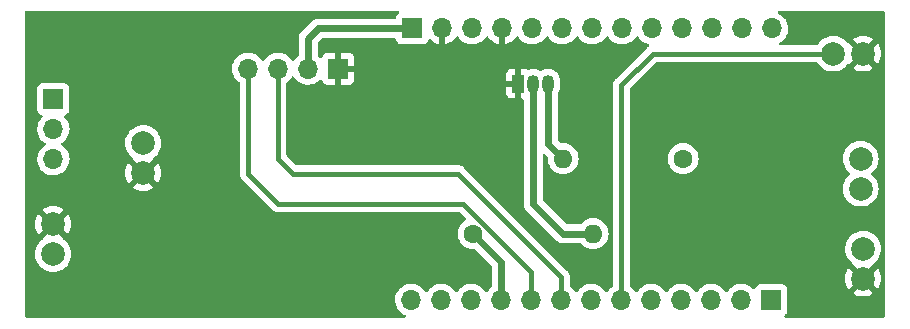
<source format=gbr>
%TF.GenerationSoftware,KiCad,Pcbnew,6.0.10-1.fc36*%
%TF.CreationDate,2023-01-12T14:27:34+01:00*%
%TF.ProjectId,wererabbit_game,77657265-7261-4626-9269-745f67616d65,rev?*%
%TF.SameCoordinates,Original*%
%TF.FileFunction,Copper,L1,Top*%
%TF.FilePolarity,Positive*%
%FSLAX46Y46*%
G04 Gerber Fmt 4.6, Leading zero omitted, Abs format (unit mm)*
G04 Created by KiCad (PCBNEW 6.0.10-1.fc36) date 2023-01-12 14:27:34*
%MOMM*%
%LPD*%
G01*
G04 APERTURE LIST*
%TA.AperFunction,ComponentPad*%
%ADD10C,1.600000*%
%TD*%
%TA.AperFunction,ComponentPad*%
%ADD11O,1.600000X1.600000*%
%TD*%
%TA.AperFunction,ComponentPad*%
%ADD12C,2.000000*%
%TD*%
%TA.AperFunction,ComponentPad*%
%ADD13R,1.700000X1.700000*%
%TD*%
%TA.AperFunction,ComponentPad*%
%ADD14O,1.700000X1.700000*%
%TD*%
%TA.AperFunction,ComponentPad*%
%ADD15R,1.050000X1.500000*%
%TD*%
%TA.AperFunction,ComponentPad*%
%ADD16O,1.050000X1.500000*%
%TD*%
%TA.AperFunction,Conductor*%
%ADD17C,0.400000*%
%TD*%
%TA.AperFunction,Conductor*%
%ADD18C,0.600000*%
%TD*%
G04 APERTURE END LIST*
D10*
%TO.P,R1,1*%
%TO.N,Net-(J1-Pad10)*%
X137160000Y-119380000D03*
D11*
%TO.P,R1,2*%
%TO.N,Net-(Q1-Pad2)*%
X147320000Y-119380000D03*
%TD*%
D12*
%TO.P,J8,1,Pin_1*%
%TO.N,Net-(J1-Pad7)*%
X101600000Y-121110000D03*
%TO.N,GND*%
X101600000Y-118570000D03*
%TD*%
%TO.P,J10,1,Pin_1*%
%TO.N,Net-(J10-Pad1)*%
X170180000Y-120650000D03*
%TO.N,GND*%
X170180000Y-123190000D03*
%TD*%
%TO.P,J11,1,Pin_1*%
%TO.N,Net-(J11-Pad1)*%
X109220000Y-111710000D03*
%TO.N,GND*%
X109220000Y-114250000D03*
%TD*%
%TO.P,J6,1,Pin_1*%
%TO.N,VCC*%
X169970000Y-113030000D03*
%TO.N,Net-(R2-Pad1)*%
X169970000Y-115570000D03*
%TD*%
D13*
%TO.P,SW1,1,A*%
%TO.N,Net-(J10-Pad1)*%
X101625000Y-107995000D03*
D14*
%TO.P,SW1,2,B*%
%TO.N,Net-(J11-Pad1)*%
X101625000Y-110535000D03*
%TO.P,SW1,3,C*%
%TO.N,unconnected-(SW1-Pad3)*%
X101625000Y-113075000D03*
%TD*%
D13*
%TO.P,J9,1,Pin_1*%
%TO.N,GND*%
X125730000Y-105410000D03*
D14*
%TO.P,J9,2,Pin_2*%
%TO.N,VCC*%
X123190000Y-105410000D03*
%TO.P,J9,3,Pin_3*%
%TO.N,Net-(J1-Pad8)*%
X120650000Y-105410000D03*
%TO.P,J9,4,Pin_4*%
%TO.N,Net-(J1-Pad9)*%
X118110000Y-105410000D03*
%TD*%
D13*
%TO.P,J2,1,Pin_1*%
%TO.N,VCC*%
X132000000Y-102000000D03*
D14*
%TO.P,J2,2,Pin_2*%
%TO.N,GND*%
X134540000Y-102000000D03*
%TO.P,J2,3,Pin_3*%
%TO.N,unconnected-(J2-Pad3)*%
X137080000Y-102000000D03*
%TO.P,J2,4,Pin_4*%
%TO.N,GND*%
X139620000Y-102000000D03*
%TO.P,J2,5,Pin_5*%
%TO.N,unconnected-(J2-Pad5)*%
X142160000Y-102000000D03*
%TO.P,J2,6,Pin_6*%
%TO.N,unconnected-(J2-Pad6)*%
X144700000Y-102000000D03*
%TO.P,J2,7,Pin_7*%
%TO.N,unconnected-(J2-Pad7)*%
X147240000Y-102000000D03*
%TO.P,J2,8,Pin_8*%
%TO.N,unconnected-(J2-Pad8)*%
X149780000Y-102000000D03*
%TO.P,J2,9,Pin_9*%
%TO.N,unconnected-(J2-Pad9)*%
X152320000Y-102000000D03*
%TO.P,J2,10,Pin_10*%
%TO.N,unconnected-(J2-Pad10)*%
X154860000Y-102000000D03*
%TO.P,J2,11,Pin_11*%
%TO.N,unconnected-(J2-Pad11)*%
X157400000Y-102000000D03*
%TO.P,J2,12,Pin_12*%
%TO.N,unconnected-(J2-Pad12)*%
X159940000Y-102000000D03*
%TO.P,J2,13,Pin_13*%
%TO.N,unconnected-(J2-Pad13)*%
X162480000Y-102000000D03*
%TD*%
D10*
%TO.P,R2,1*%
%TO.N,Net-(R2-Pad1)*%
X154940000Y-113030000D03*
D11*
%TO.P,R2,2*%
%TO.N,Net-(Q1-Pad3)*%
X144780000Y-113030000D03*
%TD*%
D12*
%TO.P,J7,1,Pin_1*%
%TO.N,Net-(J1-Pad6)*%
X167640000Y-104140000D03*
%TO.N,GND*%
X170180000Y-104140000D03*
%TD*%
D15*
%TO.P,Q1,1,E*%
%TO.N,GND*%
X140970000Y-106680000D03*
D16*
%TO.P,Q1,2,B*%
%TO.N,Net-(Q1-Pad2)*%
X142240000Y-106680000D03*
%TO.P,Q1,3,C*%
%TO.N,Net-(Q1-Pad3)*%
X143510000Y-106680000D03*
%TD*%
D13*
%TO.P,J1,1,Pin_1*%
%TO.N,unconnected-(J1-Pad1)*%
X162400000Y-125000000D03*
D14*
%TO.P,J1,2,Pin_2*%
%TO.N,unconnected-(J1-Pad2)*%
X159860000Y-125000000D03*
%TO.P,J1,3,Pin_3*%
%TO.N,unconnected-(J1-Pad3)*%
X157320000Y-125000000D03*
%TO.P,J1,4,Pin_4*%
%TO.N,unconnected-(J1-Pad4)*%
X154780000Y-125000000D03*
%TO.P,J1,5,Pin_5*%
%TO.N,unconnected-(J1-Pad5)*%
X152240000Y-125000000D03*
%TO.P,J1,6,Pin_6*%
%TO.N,Net-(J1-Pad6)*%
X149700000Y-125000000D03*
%TO.P,J1,7,Pin_7*%
%TO.N,Net-(J1-Pad7)*%
X147160000Y-125000000D03*
%TO.P,J1,8,Pin_8*%
%TO.N,Net-(J1-Pad8)*%
X144620000Y-125000000D03*
%TO.P,J1,9,Pin_9*%
%TO.N,Net-(J1-Pad9)*%
X142080000Y-125000000D03*
%TO.P,J1,10,Pin_10*%
%TO.N,Net-(J1-Pad10)*%
X139540000Y-125000000D03*
%TO.P,J1,11,Pin_11*%
%TO.N,unconnected-(J1-Pad11)*%
X137000000Y-125000000D03*
%TO.P,J1,12,Pin_12*%
%TO.N,unconnected-(J1-Pad12)*%
X134460000Y-125000000D03*
%TO.P,J1,13,Pin_13*%
%TO.N,unconnected-(J1-Pad13)*%
X131920000Y-125000000D03*
%TD*%
D17*
%TO.N,Net-(J1-Pad6)*%
X149700000Y-125000000D02*
X149700000Y-106840000D01*
X152400000Y-104140000D02*
X167640000Y-104140000D01*
X149700000Y-106840000D02*
X152400000Y-104140000D01*
%TO.N,Net-(J1-Pad8)*%
X144620000Y-125000000D02*
X144620000Y-123030000D01*
X120650000Y-113030000D02*
X120650000Y-105410000D01*
X135890000Y-114300000D02*
X121920000Y-114300000D01*
X121920000Y-114300000D02*
X120650000Y-113030000D01*
X144620000Y-123030000D02*
X135890000Y-114300000D01*
%TO.N,Net-(J1-Pad9)*%
X142080000Y-125000000D02*
X142080000Y-122602943D01*
X118110000Y-114300000D02*
X118110000Y-105410000D01*
X120650000Y-116840000D02*
X118110000Y-114300000D01*
X142080000Y-122602943D02*
X136317057Y-116840000D01*
X136317057Y-116840000D02*
X120650000Y-116840000D01*
D18*
%TO.N,Net-(J1-Pad10)*%
X139540000Y-121760000D02*
X137160000Y-119380000D01*
X139540000Y-125000000D02*
X139540000Y-121760000D01*
%TO.N,Net-(Q1-Pad2)*%
X144780000Y-119380000D02*
X142240000Y-116840000D01*
X142240000Y-116840000D02*
X142240000Y-106680000D01*
X147320000Y-119380000D02*
X144780000Y-119380000D01*
%TO.N,Net-(Q1-Pad3)*%
X143510000Y-106680000D02*
X143510000Y-111760000D01*
X143510000Y-111760000D02*
X144780000Y-113030000D01*
%TO.N,VCC*%
X123190000Y-102870000D02*
X123190000Y-105410000D01*
X132000000Y-102000000D02*
X124060000Y-102000000D01*
X124060000Y-102000000D02*
X123190000Y-102870000D01*
%TD*%
%TA.AperFunction,Conductor*%
%TO.N,GND*%
G36*
X171973621Y-100528502D02*
G01*
X172020114Y-100582158D01*
X172031500Y-100634500D01*
X172031500Y-126365500D01*
X172011498Y-126433621D01*
X171957842Y-126480114D01*
X171905500Y-126491500D01*
X163620226Y-126491500D01*
X163552105Y-126471498D01*
X163505612Y-126417842D01*
X163495508Y-126347568D01*
X163525002Y-126282988D01*
X163544661Y-126264674D01*
X163606080Y-126218643D01*
X163606081Y-126218642D01*
X163613261Y-126213261D01*
X163700615Y-126096705D01*
X163751745Y-125960316D01*
X163758500Y-125898134D01*
X163758500Y-124422670D01*
X169312160Y-124422670D01*
X169317887Y-124430320D01*
X169489042Y-124535205D01*
X169497837Y-124539687D01*
X169707988Y-124626734D01*
X169717373Y-124629783D01*
X169938554Y-124682885D01*
X169948301Y-124684428D01*
X170175070Y-124702275D01*
X170184930Y-124702275D01*
X170411699Y-124684428D01*
X170421446Y-124682885D01*
X170642627Y-124629783D01*
X170652012Y-124626734D01*
X170862163Y-124539687D01*
X170870958Y-124535205D01*
X171038445Y-124432568D01*
X171047907Y-124422110D01*
X171044124Y-124413334D01*
X170192812Y-123562022D01*
X170178868Y-123554408D01*
X170177035Y-123554539D01*
X170170420Y-123558790D01*
X169318920Y-124410290D01*
X169312160Y-124422670D01*
X163758500Y-124422670D01*
X163758500Y-124101866D01*
X163751745Y-124039684D01*
X163700615Y-123903295D01*
X163613261Y-123786739D01*
X163496705Y-123699385D01*
X163360316Y-123648255D01*
X163298134Y-123641500D01*
X161501866Y-123641500D01*
X161439684Y-123648255D01*
X161303295Y-123699385D01*
X161186739Y-123786739D01*
X161099385Y-123903295D01*
X161096233Y-123911703D01*
X161054919Y-124021907D01*
X161012277Y-124078671D01*
X160945716Y-124103371D01*
X160876367Y-124088163D01*
X160843743Y-124062476D01*
X160793151Y-124006875D01*
X160793142Y-124006866D01*
X160789670Y-124003051D01*
X160785619Y-123999852D01*
X160785615Y-123999848D01*
X160618414Y-123867800D01*
X160618410Y-123867798D01*
X160614359Y-123864598D01*
X160581229Y-123846309D01*
X160512371Y-123808298D01*
X160418789Y-123756638D01*
X160413920Y-123754914D01*
X160413916Y-123754912D01*
X160213087Y-123683795D01*
X160213083Y-123683794D01*
X160208212Y-123682069D01*
X160203119Y-123681162D01*
X160203116Y-123681161D01*
X159993373Y-123643800D01*
X159993367Y-123643799D01*
X159988284Y-123642894D01*
X159914452Y-123641992D01*
X159770081Y-123640228D01*
X159770079Y-123640228D01*
X159764911Y-123640165D01*
X159544091Y-123673955D01*
X159331756Y-123743357D01*
X159133607Y-123846507D01*
X159129474Y-123849610D01*
X159129471Y-123849612D01*
X159002172Y-123945191D01*
X158954965Y-123980635D01*
X158915525Y-124021907D01*
X158861280Y-124078671D01*
X158800629Y-124142138D01*
X158693201Y-124299621D01*
X158638293Y-124344621D01*
X158567768Y-124352792D01*
X158504021Y-124321538D01*
X158483324Y-124297054D01*
X158402822Y-124172617D01*
X158402820Y-124172614D01*
X158400014Y-124168277D01*
X158249670Y-124003051D01*
X158245619Y-123999852D01*
X158245615Y-123999848D01*
X158078414Y-123867800D01*
X158078410Y-123867798D01*
X158074359Y-123864598D01*
X158041229Y-123846309D01*
X157972371Y-123808298D01*
X157878789Y-123756638D01*
X157873920Y-123754914D01*
X157873916Y-123754912D01*
X157673087Y-123683795D01*
X157673083Y-123683794D01*
X157668212Y-123682069D01*
X157663119Y-123681162D01*
X157663116Y-123681161D01*
X157453373Y-123643800D01*
X157453367Y-123643799D01*
X157448284Y-123642894D01*
X157374452Y-123641992D01*
X157230081Y-123640228D01*
X157230079Y-123640228D01*
X157224911Y-123640165D01*
X157004091Y-123673955D01*
X156791756Y-123743357D01*
X156593607Y-123846507D01*
X156589474Y-123849610D01*
X156589471Y-123849612D01*
X156462172Y-123945191D01*
X156414965Y-123980635D01*
X156375525Y-124021907D01*
X156321280Y-124078671D01*
X156260629Y-124142138D01*
X156153201Y-124299621D01*
X156098293Y-124344621D01*
X156027768Y-124352792D01*
X155964021Y-124321538D01*
X155943324Y-124297054D01*
X155862822Y-124172617D01*
X155862820Y-124172614D01*
X155860014Y-124168277D01*
X155709670Y-124003051D01*
X155705619Y-123999852D01*
X155705615Y-123999848D01*
X155538414Y-123867800D01*
X155538410Y-123867798D01*
X155534359Y-123864598D01*
X155501229Y-123846309D01*
X155432371Y-123808298D01*
X155338789Y-123756638D01*
X155333920Y-123754914D01*
X155333916Y-123754912D01*
X155133087Y-123683795D01*
X155133083Y-123683794D01*
X155128212Y-123682069D01*
X155123119Y-123681162D01*
X155123116Y-123681161D01*
X154913373Y-123643800D01*
X154913367Y-123643799D01*
X154908284Y-123642894D01*
X154834452Y-123641992D01*
X154690081Y-123640228D01*
X154690079Y-123640228D01*
X154684911Y-123640165D01*
X154464091Y-123673955D01*
X154251756Y-123743357D01*
X154053607Y-123846507D01*
X154049474Y-123849610D01*
X154049471Y-123849612D01*
X153922172Y-123945191D01*
X153874965Y-123980635D01*
X153835525Y-124021907D01*
X153781280Y-124078671D01*
X153720629Y-124142138D01*
X153613201Y-124299621D01*
X153558293Y-124344621D01*
X153487768Y-124352792D01*
X153424021Y-124321538D01*
X153403324Y-124297054D01*
X153322822Y-124172617D01*
X153322820Y-124172614D01*
X153320014Y-124168277D01*
X153169670Y-124003051D01*
X153165619Y-123999852D01*
X153165615Y-123999848D01*
X152998414Y-123867800D01*
X152998410Y-123867798D01*
X152994359Y-123864598D01*
X152961229Y-123846309D01*
X152892371Y-123808298D01*
X152798789Y-123756638D01*
X152793920Y-123754914D01*
X152793916Y-123754912D01*
X152593087Y-123683795D01*
X152593083Y-123683794D01*
X152588212Y-123682069D01*
X152583119Y-123681162D01*
X152583116Y-123681161D01*
X152373373Y-123643800D01*
X152373367Y-123643799D01*
X152368284Y-123642894D01*
X152294452Y-123641992D01*
X152150081Y-123640228D01*
X152150079Y-123640228D01*
X152144911Y-123640165D01*
X151924091Y-123673955D01*
X151711756Y-123743357D01*
X151513607Y-123846507D01*
X151509474Y-123849610D01*
X151509471Y-123849612D01*
X151382172Y-123945191D01*
X151334965Y-123980635D01*
X151295525Y-124021907D01*
X151241280Y-124078671D01*
X151180629Y-124142138D01*
X151073201Y-124299621D01*
X151018293Y-124344621D01*
X150947768Y-124352792D01*
X150884021Y-124321538D01*
X150863324Y-124297054D01*
X150782822Y-124172617D01*
X150782820Y-124172614D01*
X150780014Y-124168277D01*
X150629670Y-124003051D01*
X150625619Y-123999852D01*
X150625615Y-123999848D01*
X150456408Y-123866216D01*
X150415345Y-123808298D01*
X150408500Y-123767334D01*
X150408500Y-123194930D01*
X168667725Y-123194930D01*
X168685572Y-123421699D01*
X168687115Y-123431446D01*
X168740217Y-123652627D01*
X168743266Y-123662012D01*
X168830313Y-123872163D01*
X168834795Y-123880958D01*
X168937432Y-124048445D01*
X168947890Y-124057907D01*
X168956666Y-124054124D01*
X169807978Y-123202812D01*
X169814356Y-123191132D01*
X170544408Y-123191132D01*
X170544539Y-123192965D01*
X170548790Y-123199580D01*
X171400290Y-124051080D01*
X171412670Y-124057840D01*
X171420320Y-124052113D01*
X171525205Y-123880958D01*
X171529687Y-123872163D01*
X171616734Y-123662012D01*
X171619783Y-123652627D01*
X171672885Y-123431446D01*
X171674428Y-123421699D01*
X171692275Y-123194930D01*
X171692275Y-123185070D01*
X171674428Y-122958301D01*
X171672885Y-122948554D01*
X171619783Y-122727373D01*
X171616734Y-122717988D01*
X171529687Y-122507837D01*
X171525205Y-122499042D01*
X171422568Y-122331555D01*
X171412110Y-122322093D01*
X171403334Y-122325876D01*
X170552022Y-123177188D01*
X170544408Y-123191132D01*
X169814356Y-123191132D01*
X169815592Y-123188868D01*
X169815461Y-123187035D01*
X169811210Y-123180420D01*
X168959710Y-122328920D01*
X168947330Y-122322160D01*
X168939680Y-122327887D01*
X168834795Y-122499042D01*
X168830313Y-122507837D01*
X168743266Y-122717988D01*
X168740217Y-122727373D01*
X168687115Y-122948554D01*
X168685572Y-122958301D01*
X168667725Y-123185070D01*
X168667725Y-123194930D01*
X150408500Y-123194930D01*
X150408500Y-120650000D01*
X168666835Y-120650000D01*
X168685465Y-120886711D01*
X168740895Y-121117594D01*
X168831760Y-121336963D01*
X168834346Y-121341183D01*
X168953241Y-121535202D01*
X168953245Y-121535208D01*
X168955824Y-121539416D01*
X169110031Y-121719969D01*
X169113787Y-121723177D01*
X169113792Y-121723182D01*
X169266616Y-121853706D01*
X169305426Y-121913156D01*
X169307640Y-121947558D01*
X169315877Y-121966667D01*
X170167188Y-122817978D01*
X170181132Y-122825592D01*
X170182965Y-122825461D01*
X170189580Y-122821210D01*
X171041080Y-121969710D01*
X171050260Y-121952898D01*
X171064020Y-121889650D01*
X171092776Y-121854225D01*
X171246213Y-121723177D01*
X171249969Y-121719969D01*
X171404176Y-121539416D01*
X171406755Y-121535208D01*
X171406759Y-121535202D01*
X171525654Y-121341183D01*
X171528240Y-121336963D01*
X171619105Y-121117594D01*
X171674535Y-120886711D01*
X171693165Y-120650000D01*
X171674535Y-120413289D01*
X171668790Y-120389357D01*
X171625370Y-120208502D01*
X171619105Y-120182406D01*
X171614299Y-120170803D01*
X171530135Y-119967611D01*
X171530133Y-119967607D01*
X171528240Y-119963037D01*
X171471441Y-119870350D01*
X171406759Y-119764798D01*
X171406755Y-119764792D01*
X171404176Y-119760584D01*
X171249969Y-119580031D01*
X171069416Y-119425824D01*
X171065208Y-119423245D01*
X171065202Y-119423241D01*
X170871183Y-119304346D01*
X170866963Y-119301760D01*
X170862393Y-119299867D01*
X170862389Y-119299865D01*
X170652167Y-119212789D01*
X170652165Y-119212788D01*
X170647594Y-119210895D01*
X170567391Y-119191640D01*
X170421524Y-119156620D01*
X170421518Y-119156619D01*
X170416711Y-119155465D01*
X170180000Y-119136835D01*
X169943289Y-119155465D01*
X169938482Y-119156619D01*
X169938476Y-119156620D01*
X169792609Y-119191640D01*
X169712406Y-119210895D01*
X169707835Y-119212788D01*
X169707833Y-119212789D01*
X169497611Y-119299865D01*
X169497607Y-119299867D01*
X169493037Y-119301760D01*
X169488817Y-119304346D01*
X169294798Y-119423241D01*
X169294792Y-119423245D01*
X169290584Y-119425824D01*
X169110031Y-119580031D01*
X168955824Y-119760584D01*
X168953245Y-119764792D01*
X168953241Y-119764798D01*
X168888559Y-119870350D01*
X168831760Y-119963037D01*
X168829867Y-119967607D01*
X168829865Y-119967611D01*
X168745701Y-120170803D01*
X168740895Y-120182406D01*
X168734630Y-120208502D01*
X168691211Y-120389357D01*
X168685465Y-120413289D01*
X168666835Y-120650000D01*
X150408500Y-120650000D01*
X150408500Y-115570000D01*
X168456835Y-115570000D01*
X168475465Y-115806711D01*
X168476619Y-115811518D01*
X168476620Y-115811524D01*
X168511640Y-115957391D01*
X168530895Y-116037594D01*
X168532788Y-116042165D01*
X168532789Y-116042167D01*
X168602726Y-116211010D01*
X168621760Y-116256963D01*
X168624346Y-116261183D01*
X168743241Y-116455202D01*
X168743245Y-116455208D01*
X168745824Y-116459416D01*
X168900031Y-116639969D01*
X169080584Y-116794176D01*
X169084792Y-116796755D01*
X169084798Y-116796759D01*
X169278034Y-116915174D01*
X169283037Y-116918240D01*
X169287607Y-116920133D01*
X169287611Y-116920135D01*
X169497833Y-117007211D01*
X169502406Y-117009105D01*
X169576569Y-117026910D01*
X169728476Y-117063380D01*
X169728482Y-117063381D01*
X169733289Y-117064535D01*
X169970000Y-117083165D01*
X170206711Y-117064535D01*
X170211518Y-117063381D01*
X170211524Y-117063380D01*
X170363431Y-117026910D01*
X170437594Y-117009105D01*
X170442167Y-117007211D01*
X170652389Y-116920135D01*
X170652393Y-116920133D01*
X170656963Y-116918240D01*
X170661966Y-116915174D01*
X170855202Y-116796759D01*
X170855208Y-116796755D01*
X170859416Y-116794176D01*
X171039969Y-116639969D01*
X171194176Y-116459416D01*
X171196755Y-116455208D01*
X171196759Y-116455202D01*
X171315654Y-116261183D01*
X171318240Y-116256963D01*
X171337275Y-116211010D01*
X171407211Y-116042167D01*
X171407212Y-116042165D01*
X171409105Y-116037594D01*
X171428360Y-115957391D01*
X171463380Y-115811524D01*
X171463381Y-115811518D01*
X171464535Y-115806711D01*
X171483165Y-115570000D01*
X171464535Y-115333289D01*
X171409105Y-115102406D01*
X171370208Y-115008500D01*
X171320135Y-114887611D01*
X171320133Y-114887607D01*
X171318240Y-114883037D01*
X171310892Y-114871046D01*
X171196759Y-114684798D01*
X171196755Y-114684792D01*
X171194176Y-114680584D01*
X171039969Y-114500031D01*
X171036213Y-114496823D01*
X171036208Y-114496818D01*
X170917944Y-114395811D01*
X170879134Y-114336361D01*
X170878628Y-114265366D01*
X170917944Y-114204189D01*
X171036208Y-114103182D01*
X171036213Y-114103177D01*
X171039969Y-114099969D01*
X171194176Y-113919416D01*
X171196755Y-113915208D01*
X171196759Y-113915202D01*
X171315654Y-113721183D01*
X171318240Y-113716963D01*
X171327744Y-113694020D01*
X171407211Y-113502167D01*
X171407212Y-113502165D01*
X171409105Y-113497594D01*
X171442633Y-113357939D01*
X171463380Y-113271524D01*
X171463381Y-113271518D01*
X171464535Y-113266711D01*
X171483165Y-113030000D01*
X171464535Y-112793289D01*
X171462108Y-112783177D01*
X171425562Y-112630954D01*
X171409105Y-112562406D01*
X171359187Y-112441892D01*
X171320135Y-112347611D01*
X171320133Y-112347607D01*
X171318240Y-112343037D01*
X171315654Y-112338817D01*
X171196759Y-112144798D01*
X171196755Y-112144792D01*
X171194176Y-112140584D01*
X171039969Y-111960031D01*
X170859416Y-111805824D01*
X170855208Y-111803245D01*
X170855202Y-111803241D01*
X170661183Y-111684346D01*
X170656963Y-111681760D01*
X170652393Y-111679867D01*
X170652389Y-111679865D01*
X170442167Y-111592789D01*
X170442165Y-111592788D01*
X170437594Y-111590895D01*
X170357391Y-111571640D01*
X170211524Y-111536620D01*
X170211518Y-111536619D01*
X170206711Y-111535465D01*
X169970000Y-111516835D01*
X169733289Y-111535465D01*
X169728482Y-111536619D01*
X169728476Y-111536620D01*
X169582609Y-111571640D01*
X169502406Y-111590895D01*
X169497835Y-111592788D01*
X169497833Y-111592789D01*
X169287611Y-111679865D01*
X169287607Y-111679867D01*
X169283037Y-111681760D01*
X169278817Y-111684346D01*
X169084798Y-111803241D01*
X169084792Y-111803245D01*
X169080584Y-111805824D01*
X168900031Y-111960031D01*
X168745824Y-112140584D01*
X168743245Y-112144792D01*
X168743241Y-112144798D01*
X168624346Y-112338817D01*
X168621760Y-112343037D01*
X168619867Y-112347607D01*
X168619865Y-112347611D01*
X168580813Y-112441892D01*
X168530895Y-112562406D01*
X168514438Y-112630954D01*
X168477893Y-112783177D01*
X168475465Y-112793289D01*
X168456835Y-113030000D01*
X168475465Y-113266711D01*
X168476619Y-113271518D01*
X168476620Y-113271524D01*
X168497367Y-113357939D01*
X168530895Y-113497594D01*
X168532788Y-113502165D01*
X168532789Y-113502167D01*
X168612257Y-113694020D01*
X168621760Y-113716963D01*
X168624346Y-113721183D01*
X168743241Y-113915202D01*
X168743245Y-113915208D01*
X168745824Y-113919416D01*
X168900031Y-114099969D01*
X168903787Y-114103177D01*
X168903792Y-114103182D01*
X169022056Y-114204189D01*
X169060866Y-114263639D01*
X169061372Y-114334634D01*
X169022056Y-114395811D01*
X168903792Y-114496818D01*
X168903787Y-114496823D01*
X168900031Y-114500031D01*
X168745824Y-114680584D01*
X168743245Y-114684792D01*
X168743241Y-114684798D01*
X168629108Y-114871046D01*
X168621760Y-114883037D01*
X168619867Y-114887607D01*
X168619865Y-114887611D01*
X168569792Y-115008500D01*
X168530895Y-115102406D01*
X168475465Y-115333289D01*
X168456835Y-115570000D01*
X150408500Y-115570000D01*
X150408500Y-113030000D01*
X153626502Y-113030000D01*
X153646457Y-113258087D01*
X153647881Y-113263400D01*
X153647881Y-113263402D01*
X153680222Y-113384097D01*
X153705716Y-113479243D01*
X153708039Y-113484224D01*
X153708039Y-113484225D01*
X153800151Y-113681762D01*
X153800154Y-113681767D01*
X153802477Y-113686749D01*
X153823633Y-113716963D01*
X153895417Y-113819480D01*
X153933802Y-113874300D01*
X154095700Y-114036198D01*
X154100208Y-114039355D01*
X154100211Y-114039357D01*
X154118610Y-114052240D01*
X154283251Y-114167523D01*
X154288233Y-114169846D01*
X154288238Y-114169849D01*
X154457697Y-114248868D01*
X154490757Y-114264284D01*
X154496065Y-114265706D01*
X154496067Y-114265707D01*
X154706598Y-114322119D01*
X154706600Y-114322119D01*
X154711913Y-114323543D01*
X154940000Y-114343498D01*
X155168087Y-114323543D01*
X155173400Y-114322119D01*
X155173402Y-114322119D01*
X155383933Y-114265707D01*
X155383935Y-114265706D01*
X155389243Y-114264284D01*
X155422303Y-114248868D01*
X155591762Y-114169849D01*
X155591767Y-114169846D01*
X155596749Y-114167523D01*
X155761390Y-114052240D01*
X155779789Y-114039357D01*
X155779792Y-114039355D01*
X155784300Y-114036198D01*
X155946198Y-113874300D01*
X155984584Y-113819480D01*
X156056367Y-113716963D01*
X156077523Y-113686749D01*
X156079846Y-113681767D01*
X156079849Y-113681762D01*
X156171961Y-113484225D01*
X156171961Y-113484224D01*
X156174284Y-113479243D01*
X156199779Y-113384097D01*
X156232119Y-113263402D01*
X156232119Y-113263400D01*
X156233543Y-113258087D01*
X156253498Y-113030000D01*
X156233543Y-112801913D01*
X156187872Y-112631468D01*
X156175707Y-112586067D01*
X156175706Y-112586065D01*
X156174284Y-112580757D01*
X156165727Y-112562406D01*
X156079849Y-112378238D01*
X156079846Y-112378233D01*
X156077523Y-112373251D01*
X155946198Y-112185700D01*
X155784300Y-112023802D01*
X155779792Y-112020645D01*
X155779789Y-112020643D01*
X155688644Y-111956823D01*
X155596749Y-111892477D01*
X155591767Y-111890154D01*
X155591762Y-111890151D01*
X155394225Y-111798039D01*
X155394224Y-111798039D01*
X155389243Y-111795716D01*
X155383935Y-111794294D01*
X155383933Y-111794293D01*
X155173402Y-111737881D01*
X155173400Y-111737881D01*
X155168087Y-111736457D01*
X154940000Y-111716502D01*
X154711913Y-111736457D01*
X154706600Y-111737881D01*
X154706598Y-111737881D01*
X154496067Y-111794293D01*
X154496065Y-111794294D01*
X154490757Y-111795716D01*
X154485776Y-111798039D01*
X154485775Y-111798039D01*
X154288238Y-111890151D01*
X154288233Y-111890154D01*
X154283251Y-111892477D01*
X154191356Y-111956823D01*
X154100211Y-112020643D01*
X154100208Y-112020645D01*
X154095700Y-112023802D01*
X153933802Y-112185700D01*
X153802477Y-112373251D01*
X153800154Y-112378233D01*
X153800151Y-112378238D01*
X153714273Y-112562406D01*
X153705716Y-112580757D01*
X153704294Y-112586065D01*
X153704293Y-112586067D01*
X153692128Y-112631468D01*
X153646457Y-112801913D01*
X153626502Y-113030000D01*
X150408500Y-113030000D01*
X150408500Y-107185660D01*
X150428502Y-107117539D01*
X150445405Y-107096565D01*
X152656565Y-104885405D01*
X152718877Y-104851379D01*
X152745660Y-104848500D01*
X166234394Y-104848500D01*
X166302515Y-104868502D01*
X166341826Y-104908665D01*
X166413235Y-105025193D01*
X166413242Y-105025203D01*
X166415824Y-105029416D01*
X166570031Y-105209969D01*
X166750584Y-105364176D01*
X166754792Y-105366755D01*
X166754798Y-105366759D01*
X166868822Y-105436633D01*
X166953037Y-105488240D01*
X166957607Y-105490133D01*
X166957611Y-105490135D01*
X167167833Y-105577211D01*
X167172406Y-105579105D01*
X167220824Y-105590729D01*
X167398476Y-105633380D01*
X167398482Y-105633381D01*
X167403289Y-105634535D01*
X167640000Y-105653165D01*
X167876711Y-105634535D01*
X167881518Y-105633381D01*
X167881524Y-105633380D01*
X168059176Y-105590729D01*
X168107594Y-105579105D01*
X168112167Y-105577211D01*
X168322389Y-105490135D01*
X168322393Y-105490133D01*
X168326963Y-105488240D01*
X168411178Y-105436633D01*
X168515556Y-105372670D01*
X169312160Y-105372670D01*
X169317887Y-105380320D01*
X169489042Y-105485205D01*
X169497837Y-105489687D01*
X169707988Y-105576734D01*
X169717373Y-105579783D01*
X169938554Y-105632885D01*
X169948301Y-105634428D01*
X170175070Y-105652275D01*
X170184930Y-105652275D01*
X170411699Y-105634428D01*
X170421446Y-105632885D01*
X170642627Y-105579783D01*
X170652012Y-105576734D01*
X170862163Y-105489687D01*
X170870958Y-105485205D01*
X171038445Y-105382568D01*
X171047907Y-105372110D01*
X171044124Y-105363334D01*
X170192812Y-104512022D01*
X170178868Y-104504408D01*
X170177035Y-104504539D01*
X170170420Y-104508790D01*
X169318920Y-105360290D01*
X169312160Y-105372670D01*
X168515556Y-105372670D01*
X168525202Y-105366759D01*
X168525208Y-105366755D01*
X168529416Y-105364176D01*
X168709969Y-105209969D01*
X168713177Y-105206213D01*
X168713182Y-105206208D01*
X168843706Y-105053384D01*
X168903156Y-105014574D01*
X168937558Y-105012360D01*
X168956667Y-105004123D01*
X169807978Y-104152812D01*
X169814356Y-104141132D01*
X170544408Y-104141132D01*
X170544539Y-104142965D01*
X170548790Y-104149580D01*
X171400290Y-105001080D01*
X171412670Y-105007840D01*
X171420320Y-105002113D01*
X171525205Y-104830958D01*
X171529687Y-104822163D01*
X171616734Y-104612012D01*
X171619783Y-104602627D01*
X171672885Y-104381446D01*
X171674428Y-104371699D01*
X171692275Y-104144930D01*
X171692275Y-104135070D01*
X171674428Y-103908301D01*
X171672885Y-103898554D01*
X171619783Y-103677373D01*
X171616734Y-103667988D01*
X171529687Y-103457837D01*
X171525205Y-103449042D01*
X171422568Y-103281555D01*
X171412110Y-103272093D01*
X171403334Y-103275876D01*
X170552022Y-104127188D01*
X170544408Y-104141132D01*
X169814356Y-104141132D01*
X169815592Y-104138868D01*
X169815461Y-104137035D01*
X169811210Y-104130420D01*
X168959710Y-103278920D01*
X168942898Y-103269740D01*
X168879650Y-103255980D01*
X168844225Y-103227224D01*
X168713177Y-103073787D01*
X168709969Y-103070031D01*
X168529416Y-102915824D01*
X168525208Y-102913245D01*
X168525202Y-102913241D01*
X168516470Y-102907890D01*
X169312093Y-102907890D01*
X169315876Y-102916666D01*
X170167188Y-103767978D01*
X170181132Y-103775592D01*
X170182965Y-103775461D01*
X170189580Y-103771210D01*
X171041080Y-102919710D01*
X171047840Y-102907330D01*
X171042113Y-102899680D01*
X170870958Y-102794795D01*
X170862163Y-102790313D01*
X170652012Y-102703266D01*
X170642627Y-102700217D01*
X170421446Y-102647115D01*
X170411699Y-102645572D01*
X170184930Y-102627725D01*
X170175070Y-102627725D01*
X169948301Y-102645572D01*
X169938554Y-102647115D01*
X169717373Y-102700217D01*
X169707988Y-102703266D01*
X169497837Y-102790313D01*
X169489042Y-102794795D01*
X169321555Y-102897432D01*
X169312093Y-102907890D01*
X168516470Y-102907890D01*
X168331183Y-102794346D01*
X168326963Y-102791760D01*
X168322393Y-102789867D01*
X168322389Y-102789865D01*
X168112167Y-102702789D01*
X168112165Y-102702788D01*
X168107594Y-102700895D01*
X168015083Y-102678685D01*
X167881524Y-102646620D01*
X167881518Y-102646619D01*
X167876711Y-102645465D01*
X167640000Y-102626835D01*
X167403289Y-102645465D01*
X167398482Y-102646619D01*
X167398476Y-102646620D01*
X167264917Y-102678685D01*
X167172406Y-102700895D01*
X167167835Y-102702788D01*
X167167833Y-102702789D01*
X166957611Y-102789865D01*
X166957607Y-102789867D01*
X166953037Y-102791760D01*
X166948817Y-102794346D01*
X166754798Y-102913241D01*
X166754792Y-102913245D01*
X166750584Y-102915824D01*
X166570031Y-103070031D01*
X166415824Y-103250584D01*
X166413242Y-103254797D01*
X166413235Y-103254807D01*
X166341826Y-103371335D01*
X166289179Y-103418966D01*
X166234394Y-103431500D01*
X163189635Y-103431500D01*
X163121514Y-103411498D01*
X163075021Y-103357842D01*
X163064917Y-103287568D01*
X163094411Y-103222988D01*
X163134203Y-103192349D01*
X163173346Y-103173173D01*
X163177994Y-103170896D01*
X163359860Y-103041173D01*
X163518096Y-102883489D01*
X163648453Y-102702077D01*
X163656556Y-102685683D01*
X163745136Y-102506453D01*
X163745137Y-102506451D01*
X163747430Y-102501811D01*
X163790003Y-102361687D01*
X163810865Y-102293023D01*
X163810865Y-102293021D01*
X163812370Y-102288069D01*
X163841529Y-102066590D01*
X163843156Y-102000000D01*
X163824852Y-101777361D01*
X163770431Y-101560702D01*
X163681354Y-101355840D01*
X163611072Y-101247201D01*
X163562822Y-101172617D01*
X163562820Y-101172614D01*
X163560014Y-101168277D01*
X163409670Y-101003051D01*
X163405619Y-100999852D01*
X163405615Y-100999848D01*
X163238414Y-100867800D01*
X163238410Y-100867798D01*
X163234359Y-100864598D01*
X163198028Y-100844542D01*
X163182136Y-100835769D01*
X163038789Y-100756638D01*
X163033624Y-100754809D01*
X163029285Y-100753272D01*
X162971750Y-100711677D01*
X162945835Y-100645579D01*
X162959770Y-100575964D01*
X163009129Y-100524933D01*
X163071347Y-100508500D01*
X171905500Y-100508500D01*
X171973621Y-100528502D01*
G37*
%TD.AperFunction*%
%TA.AperFunction,Conductor*%
G36*
X130847895Y-100528502D02*
G01*
X130894388Y-100582158D01*
X130904492Y-100652432D01*
X130874998Y-100717012D01*
X130855339Y-100735326D01*
X130826903Y-100756638D01*
X130786739Y-100786739D01*
X130699385Y-100903295D01*
X130648255Y-101039684D01*
X130647402Y-101047540D01*
X130643972Y-101079108D01*
X130616730Y-101144670D01*
X130558366Y-101185096D01*
X130518709Y-101191500D01*
X124069214Y-101191500D01*
X124067894Y-101191493D01*
X124066819Y-101191482D01*
X123977779Y-101190549D01*
X123935403Y-101199711D01*
X123922837Y-101201769D01*
X123879745Y-101206603D01*
X123873094Y-101208919D01*
X123873090Y-101208920D01*
X123848070Y-101217633D01*
X123833257Y-101221796D01*
X123800490Y-101228881D01*
X123761187Y-101247208D01*
X123749411Y-101251990D01*
X123708448Y-101266255D01*
X123702473Y-101269989D01*
X123702470Y-101269990D01*
X123680005Y-101284027D01*
X123666488Y-101291366D01*
X123647815Y-101300074D01*
X123636098Y-101305538D01*
X123630533Y-101309855D01*
X123630531Y-101309856D01*
X123601847Y-101332106D01*
X123591388Y-101339402D01*
X123560596Y-101358642D01*
X123560593Y-101358644D01*
X123554624Y-101362374D01*
X123549629Y-101367334D01*
X123549628Y-101367335D01*
X123525821Y-101390976D01*
X123525196Y-101391561D01*
X123524530Y-101392078D01*
X123498540Y-101418068D01*
X123425918Y-101490185D01*
X123425260Y-101491222D01*
X123424157Y-101492451D01*
X122624842Y-102291766D01*
X122623905Y-102292694D01*
X122559493Y-102355771D01*
X122536002Y-102392221D01*
X122528583Y-102402546D01*
X122501524Y-102436443D01*
X122498459Y-102442784D01*
X122498458Y-102442785D01*
X122486928Y-102466637D01*
X122479399Y-102480054D01*
X122461235Y-102508238D01*
X122458827Y-102514855D01*
X122458824Y-102514860D01*
X122446408Y-102548973D01*
X122441447Y-102560716D01*
X122425646Y-102593403D01*
X122425644Y-102593408D01*
X122422579Y-102599749D01*
X122420996Y-102606607D01*
X122420995Y-102606609D01*
X122415035Y-102632426D01*
X122410668Y-102647169D01*
X122399197Y-102678685D01*
X122398314Y-102685675D01*
X122398312Y-102685683D01*
X122393762Y-102721701D01*
X122391526Y-102734253D01*
X122381776Y-102776485D01*
X122381751Y-102783531D01*
X122381751Y-102783534D01*
X122381634Y-102817056D01*
X122381605Y-102817938D01*
X122381500Y-102818769D01*
X122381500Y-102855419D01*
X122381499Y-102855859D01*
X122381279Y-102919035D01*
X122381143Y-102957870D01*
X122381411Y-102959070D01*
X122381500Y-102960707D01*
X122381500Y-104255195D01*
X122361498Y-104323316D01*
X122331153Y-104355955D01*
X122289106Y-104387525D01*
X122289100Y-104387531D01*
X122284965Y-104390635D01*
X122281393Y-104394373D01*
X122281391Y-104394375D01*
X122165803Y-104515331D01*
X122130629Y-104552138D01*
X122023201Y-104709621D01*
X121968293Y-104754621D01*
X121897768Y-104762792D01*
X121834021Y-104731538D01*
X121813324Y-104707054D01*
X121732822Y-104582617D01*
X121732820Y-104582614D01*
X121730014Y-104578277D01*
X121579670Y-104413051D01*
X121575619Y-104409852D01*
X121575615Y-104409848D01*
X121408414Y-104277800D01*
X121408410Y-104277798D01*
X121404359Y-104274598D01*
X121371229Y-104256309D01*
X121276970Y-104204276D01*
X121208789Y-104166638D01*
X121203920Y-104164914D01*
X121203916Y-104164912D01*
X121003087Y-104093795D01*
X121003083Y-104093794D01*
X120998212Y-104092069D01*
X120993119Y-104091162D01*
X120993116Y-104091161D01*
X120783373Y-104053800D01*
X120783367Y-104053799D01*
X120778284Y-104052894D01*
X120704452Y-104051992D01*
X120560081Y-104050228D01*
X120560079Y-104050228D01*
X120554911Y-104050165D01*
X120334091Y-104083955D01*
X120121756Y-104153357D01*
X119923607Y-104256507D01*
X119919474Y-104259610D01*
X119919471Y-104259612D01*
X119749107Y-104387525D01*
X119744965Y-104390635D01*
X119590629Y-104552138D01*
X119483201Y-104709621D01*
X119428293Y-104754621D01*
X119357768Y-104762792D01*
X119294021Y-104731538D01*
X119273324Y-104707054D01*
X119192822Y-104582617D01*
X119192820Y-104582614D01*
X119190014Y-104578277D01*
X119039670Y-104413051D01*
X119035619Y-104409852D01*
X119035615Y-104409848D01*
X118868414Y-104277800D01*
X118868410Y-104277798D01*
X118864359Y-104274598D01*
X118831229Y-104256309D01*
X118736970Y-104204276D01*
X118668789Y-104166638D01*
X118663920Y-104164914D01*
X118663916Y-104164912D01*
X118463087Y-104093795D01*
X118463083Y-104093794D01*
X118458212Y-104092069D01*
X118453119Y-104091162D01*
X118453116Y-104091161D01*
X118243373Y-104053800D01*
X118243367Y-104053799D01*
X118238284Y-104052894D01*
X118164452Y-104051992D01*
X118020081Y-104050228D01*
X118020079Y-104050228D01*
X118014911Y-104050165D01*
X117794091Y-104083955D01*
X117581756Y-104153357D01*
X117383607Y-104256507D01*
X117379474Y-104259610D01*
X117379471Y-104259612D01*
X117209107Y-104387525D01*
X117204965Y-104390635D01*
X117050629Y-104552138D01*
X116924743Y-104736680D01*
X116885063Y-104822163D01*
X116844911Y-104908665D01*
X116830688Y-104939305D01*
X116770989Y-105154570D01*
X116747251Y-105376695D01*
X116747548Y-105381848D01*
X116747548Y-105381851D01*
X116753867Y-105491441D01*
X116760110Y-105599715D01*
X116761247Y-105604761D01*
X116761248Y-105604767D01*
X116775606Y-105668475D01*
X116809222Y-105817639D01*
X116893266Y-106024616D01*
X116944942Y-106108944D01*
X117007291Y-106210688D01*
X117009987Y-106215088D01*
X117156250Y-106383938D01*
X117328126Y-106526632D01*
X117339070Y-106533027D01*
X117387793Y-106584664D01*
X117401500Y-106641815D01*
X117401500Y-114271088D01*
X117401208Y-114279658D01*
X117398184Y-114324022D01*
X117397275Y-114337352D01*
X117398580Y-114344829D01*
X117398580Y-114344830D01*
X117408261Y-114400299D01*
X117409223Y-114406821D01*
X117416898Y-114470242D01*
X117419581Y-114477343D01*
X117420222Y-114479952D01*
X117424685Y-114496262D01*
X117425450Y-114498798D01*
X117426757Y-114506284D01*
X117429811Y-114513241D01*
X117452442Y-114564795D01*
X117454935Y-114570904D01*
X117474251Y-114622022D01*
X117477513Y-114630656D01*
X117481817Y-114636919D01*
X117483054Y-114639285D01*
X117491299Y-114654097D01*
X117492632Y-114656351D01*
X117495685Y-114663305D01*
X117506060Y-114676825D01*
X117534579Y-114713991D01*
X117538459Y-114719332D01*
X117570339Y-114765720D01*
X117570344Y-114765725D01*
X117574643Y-114771981D01*
X117580313Y-114777032D01*
X117580314Y-114777034D01*
X117621170Y-114813435D01*
X117626446Y-114818416D01*
X120128557Y-117320528D01*
X120134411Y-117326793D01*
X120136930Y-117329680D01*
X120172439Y-117370385D01*
X120224729Y-117407136D01*
X120229971Y-117411028D01*
X120280282Y-117450476D01*
X120287201Y-117453600D01*
X120289493Y-117454988D01*
X120304165Y-117463357D01*
X120306525Y-117464622D01*
X120312739Y-117468990D01*
X120319818Y-117471750D01*
X120319820Y-117471751D01*
X120372275Y-117492202D01*
X120378344Y-117494753D01*
X120436573Y-117521045D01*
X120444046Y-117522430D01*
X120446612Y-117523234D01*
X120462835Y-117527855D01*
X120465427Y-117528520D01*
X120472509Y-117531282D01*
X120480044Y-117532274D01*
X120535861Y-117539622D01*
X120542377Y-117540654D01*
X120580770Y-117547770D01*
X120605186Y-117552295D01*
X120612766Y-117551858D01*
X120612767Y-117551858D01*
X120667380Y-117548709D01*
X120674633Y-117548500D01*
X135971396Y-117548500D01*
X136039517Y-117568502D01*
X136060492Y-117585405D01*
X136523359Y-118048273D01*
X136557384Y-118110585D01*
X136552319Y-118181401D01*
X136509772Y-118238236D01*
X136503566Y-118242330D01*
X136503251Y-118242477D01*
X136501750Y-118243528D01*
X136501747Y-118243530D01*
X136320211Y-118370643D01*
X136320208Y-118370645D01*
X136315700Y-118373802D01*
X136153802Y-118535700D01*
X136150645Y-118540208D01*
X136150643Y-118540211D01*
X136126333Y-118574930D01*
X136022477Y-118723251D01*
X136020154Y-118728233D01*
X136020151Y-118728238D01*
X135985896Y-118801699D01*
X135925716Y-118930757D01*
X135924294Y-118936065D01*
X135924293Y-118936067D01*
X135898420Y-119032627D01*
X135866457Y-119151913D01*
X135846502Y-119380000D01*
X135866457Y-119608087D01*
X135867881Y-119613400D01*
X135867881Y-119613402D01*
X135906312Y-119756825D01*
X135925716Y-119829243D01*
X135928039Y-119834224D01*
X135928039Y-119834225D01*
X136020151Y-120031762D01*
X136020154Y-120031767D01*
X136022477Y-120036749D01*
X136086759Y-120128553D01*
X136128641Y-120188366D01*
X136153802Y-120224300D01*
X136315700Y-120386198D01*
X136320208Y-120389355D01*
X136320211Y-120389357D01*
X136368311Y-120423037D01*
X136503251Y-120517523D01*
X136508233Y-120519846D01*
X136508238Y-120519849D01*
X136705775Y-120611961D01*
X136710757Y-120614284D01*
X136716065Y-120615706D01*
X136716067Y-120615707D01*
X136926598Y-120672119D01*
X136926600Y-120672119D01*
X136931913Y-120673543D01*
X137160000Y-120693498D01*
X137165475Y-120693019D01*
X137165476Y-120693019D01*
X137257892Y-120684934D01*
X137327497Y-120698924D01*
X137357968Y-120721360D01*
X138694595Y-122057987D01*
X138728621Y-122120299D01*
X138731500Y-122147082D01*
X138731500Y-123845195D01*
X138711498Y-123913316D01*
X138681153Y-123945955D01*
X138639106Y-123977525D01*
X138639100Y-123977531D01*
X138634965Y-123980635D01*
X138631393Y-123984373D01*
X138631391Y-123984375D01*
X138541280Y-124078671D01*
X138480629Y-124142138D01*
X138373201Y-124299621D01*
X138318293Y-124344621D01*
X138247768Y-124352792D01*
X138184021Y-124321538D01*
X138163324Y-124297054D01*
X138082822Y-124172617D01*
X138082820Y-124172614D01*
X138080014Y-124168277D01*
X137929670Y-124003051D01*
X137925619Y-123999852D01*
X137925615Y-123999848D01*
X137758414Y-123867800D01*
X137758410Y-123867798D01*
X137754359Y-123864598D01*
X137721229Y-123846309D01*
X137652371Y-123808298D01*
X137558789Y-123756638D01*
X137553920Y-123754914D01*
X137553916Y-123754912D01*
X137353087Y-123683795D01*
X137353083Y-123683794D01*
X137348212Y-123682069D01*
X137343119Y-123681162D01*
X137343116Y-123681161D01*
X137133373Y-123643800D01*
X137133367Y-123643799D01*
X137128284Y-123642894D01*
X137054452Y-123641992D01*
X136910081Y-123640228D01*
X136910079Y-123640228D01*
X136904911Y-123640165D01*
X136684091Y-123673955D01*
X136471756Y-123743357D01*
X136273607Y-123846507D01*
X136269474Y-123849610D01*
X136269471Y-123849612D01*
X136142172Y-123945191D01*
X136094965Y-123980635D01*
X136055525Y-124021907D01*
X136001280Y-124078671D01*
X135940629Y-124142138D01*
X135833201Y-124299621D01*
X135778293Y-124344621D01*
X135707768Y-124352792D01*
X135644021Y-124321538D01*
X135623324Y-124297054D01*
X135542822Y-124172617D01*
X135542820Y-124172614D01*
X135540014Y-124168277D01*
X135389670Y-124003051D01*
X135385619Y-123999852D01*
X135385615Y-123999848D01*
X135218414Y-123867800D01*
X135218410Y-123867798D01*
X135214359Y-123864598D01*
X135181229Y-123846309D01*
X135112371Y-123808298D01*
X135018789Y-123756638D01*
X135013920Y-123754914D01*
X135013916Y-123754912D01*
X134813087Y-123683795D01*
X134813083Y-123683794D01*
X134808212Y-123682069D01*
X134803119Y-123681162D01*
X134803116Y-123681161D01*
X134593373Y-123643800D01*
X134593367Y-123643799D01*
X134588284Y-123642894D01*
X134514452Y-123641992D01*
X134370081Y-123640228D01*
X134370079Y-123640228D01*
X134364911Y-123640165D01*
X134144091Y-123673955D01*
X133931756Y-123743357D01*
X133733607Y-123846507D01*
X133729474Y-123849610D01*
X133729471Y-123849612D01*
X133602172Y-123945191D01*
X133554965Y-123980635D01*
X133515525Y-124021907D01*
X133461280Y-124078671D01*
X133400629Y-124142138D01*
X133293201Y-124299621D01*
X133238293Y-124344621D01*
X133167768Y-124352792D01*
X133104021Y-124321538D01*
X133083324Y-124297054D01*
X133002822Y-124172617D01*
X133002820Y-124172614D01*
X133000014Y-124168277D01*
X132849670Y-124003051D01*
X132845619Y-123999852D01*
X132845615Y-123999848D01*
X132678414Y-123867800D01*
X132678410Y-123867798D01*
X132674359Y-123864598D01*
X132641229Y-123846309D01*
X132572371Y-123808298D01*
X132478789Y-123756638D01*
X132473920Y-123754914D01*
X132473916Y-123754912D01*
X132273087Y-123683795D01*
X132273083Y-123683794D01*
X132268212Y-123682069D01*
X132263119Y-123681162D01*
X132263116Y-123681161D01*
X132053373Y-123643800D01*
X132053367Y-123643799D01*
X132048284Y-123642894D01*
X131974452Y-123641992D01*
X131830081Y-123640228D01*
X131830079Y-123640228D01*
X131824911Y-123640165D01*
X131604091Y-123673955D01*
X131391756Y-123743357D01*
X131193607Y-123846507D01*
X131189474Y-123849610D01*
X131189471Y-123849612D01*
X131062172Y-123945191D01*
X131014965Y-123980635D01*
X130975525Y-124021907D01*
X130921280Y-124078671D01*
X130860629Y-124142138D01*
X130734743Y-124326680D01*
X130640688Y-124529305D01*
X130580989Y-124744570D01*
X130557251Y-124966695D01*
X130570110Y-125189715D01*
X130571247Y-125194761D01*
X130571248Y-125194767D01*
X130595304Y-125301508D01*
X130619222Y-125407639D01*
X130703266Y-125614616D01*
X130740685Y-125675678D01*
X130817291Y-125800688D01*
X130819987Y-125805088D01*
X130966250Y-125973938D01*
X131138126Y-126116632D01*
X131331000Y-126229338D01*
X131335825Y-126231180D01*
X131335826Y-126231181D01*
X131379321Y-126247790D01*
X131435824Y-126290778D01*
X131460117Y-126357489D01*
X131444487Y-126426743D01*
X131393896Y-126476554D01*
X131334372Y-126491500D01*
X99364500Y-126491500D01*
X99296379Y-126471498D01*
X99249886Y-126417842D01*
X99238500Y-126365500D01*
X99238500Y-121110000D01*
X100086835Y-121110000D01*
X100105465Y-121346711D01*
X100160895Y-121577594D01*
X100251760Y-121796963D01*
X100254346Y-121801183D01*
X100373241Y-121995202D01*
X100373245Y-121995208D01*
X100375824Y-121999416D01*
X100530031Y-122179969D01*
X100710584Y-122334176D01*
X100714792Y-122336755D01*
X100714798Y-122336759D01*
X100871361Y-122432701D01*
X100913037Y-122458240D01*
X100917607Y-122460133D01*
X100917611Y-122460135D01*
X101064228Y-122520865D01*
X101132406Y-122549105D01*
X101195615Y-122564280D01*
X101358476Y-122603380D01*
X101358482Y-122603381D01*
X101363289Y-122604535D01*
X101600000Y-122623165D01*
X101836711Y-122604535D01*
X101841518Y-122603381D01*
X101841524Y-122603380D01*
X102004385Y-122564280D01*
X102067594Y-122549105D01*
X102135772Y-122520865D01*
X102282389Y-122460135D01*
X102282393Y-122460133D01*
X102286963Y-122458240D01*
X102328639Y-122432701D01*
X102485202Y-122336759D01*
X102485208Y-122336755D01*
X102489416Y-122334176D01*
X102669969Y-122179969D01*
X102824176Y-121999416D01*
X102826755Y-121995208D01*
X102826759Y-121995202D01*
X102945654Y-121801183D01*
X102948240Y-121796963D01*
X103039105Y-121577594D01*
X103094535Y-121346711D01*
X103113165Y-121110000D01*
X103094535Y-120873289D01*
X103039105Y-120642406D01*
X103027457Y-120614284D01*
X102950135Y-120427611D01*
X102950133Y-120427607D01*
X102948240Y-120423037D01*
X102923277Y-120382301D01*
X102826759Y-120224798D01*
X102826755Y-120224792D01*
X102824176Y-120220584D01*
X102669969Y-120040031D01*
X102666213Y-120036823D01*
X102666208Y-120036818D01*
X102513384Y-119906294D01*
X102474574Y-119846844D01*
X102472360Y-119812442D01*
X102464123Y-119793333D01*
X101612812Y-118942022D01*
X101598868Y-118934408D01*
X101597035Y-118934539D01*
X101590420Y-118938790D01*
X100738920Y-119790290D01*
X100729740Y-119807102D01*
X100715980Y-119870350D01*
X100687224Y-119905775D01*
X100625120Y-119958817D01*
X100530031Y-120040031D01*
X100375824Y-120220584D01*
X100373245Y-120224792D01*
X100373241Y-120224798D01*
X100276723Y-120382301D01*
X100251760Y-120423037D01*
X100249867Y-120427607D01*
X100249865Y-120427611D01*
X100172543Y-120614284D01*
X100160895Y-120642406D01*
X100105465Y-120873289D01*
X100086835Y-121110000D01*
X99238500Y-121110000D01*
X99238500Y-118574930D01*
X100087725Y-118574930D01*
X100105572Y-118801699D01*
X100107115Y-118811446D01*
X100160217Y-119032627D01*
X100163266Y-119042012D01*
X100250313Y-119252163D01*
X100254795Y-119260958D01*
X100357432Y-119428445D01*
X100367890Y-119437907D01*
X100376666Y-119434124D01*
X101227978Y-118582812D01*
X101234356Y-118571132D01*
X101964408Y-118571132D01*
X101964539Y-118572965D01*
X101968790Y-118579580D01*
X102820290Y-119431080D01*
X102832670Y-119437840D01*
X102840320Y-119432113D01*
X102945205Y-119260958D01*
X102949687Y-119252163D01*
X103036734Y-119042012D01*
X103039783Y-119032627D01*
X103092885Y-118811446D01*
X103094428Y-118801699D01*
X103112275Y-118574930D01*
X103112275Y-118565070D01*
X103094428Y-118338301D01*
X103092885Y-118328554D01*
X103039783Y-118107373D01*
X103036734Y-118097988D01*
X102949687Y-117887837D01*
X102945205Y-117879042D01*
X102842568Y-117711555D01*
X102832110Y-117702093D01*
X102823334Y-117705876D01*
X101972022Y-118557188D01*
X101964408Y-118571132D01*
X101234356Y-118571132D01*
X101235592Y-118568868D01*
X101235461Y-118567035D01*
X101231210Y-118560420D01*
X100379710Y-117708920D01*
X100367330Y-117702160D01*
X100359680Y-117707887D01*
X100254795Y-117879042D01*
X100250313Y-117887837D01*
X100163266Y-118097988D01*
X100160217Y-118107373D01*
X100107115Y-118328554D01*
X100105572Y-118338301D01*
X100087725Y-118565070D01*
X100087725Y-118574930D01*
X99238500Y-118574930D01*
X99238500Y-117337890D01*
X100732093Y-117337890D01*
X100735876Y-117346666D01*
X101587188Y-118197978D01*
X101601132Y-118205592D01*
X101602965Y-118205461D01*
X101609580Y-118201210D01*
X102461080Y-117349710D01*
X102467840Y-117337330D01*
X102462113Y-117329680D01*
X102290958Y-117224795D01*
X102282163Y-117220313D01*
X102072012Y-117133266D01*
X102062627Y-117130217D01*
X101841446Y-117077115D01*
X101831699Y-117075572D01*
X101604930Y-117057725D01*
X101595070Y-117057725D01*
X101368301Y-117075572D01*
X101358554Y-117077115D01*
X101137373Y-117130217D01*
X101127988Y-117133266D01*
X100917837Y-117220313D01*
X100909042Y-117224795D01*
X100741555Y-117327432D01*
X100732093Y-117337890D01*
X99238500Y-117337890D01*
X99238500Y-115482670D01*
X108352160Y-115482670D01*
X108357887Y-115490320D01*
X108529042Y-115595205D01*
X108537837Y-115599687D01*
X108747988Y-115686734D01*
X108757373Y-115689783D01*
X108978554Y-115742885D01*
X108988301Y-115744428D01*
X109215070Y-115762275D01*
X109224930Y-115762275D01*
X109451699Y-115744428D01*
X109461446Y-115742885D01*
X109682627Y-115689783D01*
X109692012Y-115686734D01*
X109902163Y-115599687D01*
X109910958Y-115595205D01*
X110078445Y-115492568D01*
X110087907Y-115482110D01*
X110084124Y-115473334D01*
X109232812Y-114622022D01*
X109218868Y-114614408D01*
X109217035Y-114614539D01*
X109210420Y-114618790D01*
X108358920Y-115470290D01*
X108352160Y-115482670D01*
X99238500Y-115482670D01*
X99238500Y-113041695D01*
X100262251Y-113041695D01*
X100262548Y-113046848D01*
X100262548Y-113046851D01*
X100272714Y-113223165D01*
X100275110Y-113264715D01*
X100276247Y-113269761D01*
X100276248Y-113269767D01*
X100297275Y-113363069D01*
X100324222Y-113482639D01*
X100408266Y-113689616D01*
X100410965Y-113694020D01*
X100485981Y-113816435D01*
X100524987Y-113880088D01*
X100671250Y-114048938D01*
X100843126Y-114191632D01*
X101036000Y-114304338D01*
X101244692Y-114384030D01*
X101249760Y-114385061D01*
X101249763Y-114385062D01*
X101324656Y-114400299D01*
X101463597Y-114428567D01*
X101468772Y-114428757D01*
X101468774Y-114428757D01*
X101681673Y-114436564D01*
X101681677Y-114436564D01*
X101686837Y-114436753D01*
X101691957Y-114436097D01*
X101691959Y-114436097D01*
X101903288Y-114409025D01*
X101903289Y-114409025D01*
X101908416Y-114408368D01*
X101913559Y-114406825D01*
X102117429Y-114345661D01*
X102117434Y-114345659D01*
X102122384Y-114344174D01*
X102304553Y-114254930D01*
X107707725Y-114254930D01*
X107725572Y-114481699D01*
X107727115Y-114491446D01*
X107780217Y-114712627D01*
X107783266Y-114722012D01*
X107870313Y-114932163D01*
X107874795Y-114940958D01*
X107977432Y-115108445D01*
X107987890Y-115117907D01*
X107996666Y-115114124D01*
X108847978Y-114262812D01*
X108854356Y-114251132D01*
X109584408Y-114251132D01*
X109584539Y-114252965D01*
X109588790Y-114259580D01*
X110440290Y-115111080D01*
X110452670Y-115117840D01*
X110460320Y-115112113D01*
X110565205Y-114940958D01*
X110569687Y-114932163D01*
X110656734Y-114722012D01*
X110659783Y-114712627D01*
X110712885Y-114491446D01*
X110714428Y-114481699D01*
X110732275Y-114254930D01*
X110732275Y-114245070D01*
X110714428Y-114018301D01*
X110712885Y-114008554D01*
X110659783Y-113787373D01*
X110656734Y-113777988D01*
X110569687Y-113567837D01*
X110565205Y-113559042D01*
X110462568Y-113391555D01*
X110452110Y-113382093D01*
X110443334Y-113385876D01*
X109592022Y-114237188D01*
X109584408Y-114251132D01*
X108854356Y-114251132D01*
X108855592Y-114248868D01*
X108855461Y-114247035D01*
X108851210Y-114240420D01*
X107999710Y-113388920D01*
X107987330Y-113382160D01*
X107979680Y-113387887D01*
X107874795Y-113559042D01*
X107870313Y-113567837D01*
X107783266Y-113777988D01*
X107780217Y-113787373D01*
X107727115Y-114008554D01*
X107725572Y-114018301D01*
X107707725Y-114245070D01*
X107707725Y-114254930D01*
X102304553Y-114254930D01*
X102322994Y-114245896D01*
X102504860Y-114116173D01*
X102517897Y-114103182D01*
X102659435Y-113962137D01*
X102663096Y-113958489D01*
X102722594Y-113875689D01*
X102790435Y-113781277D01*
X102793453Y-113777077D01*
X102815301Y-113732872D01*
X102890136Y-113581453D01*
X102890137Y-113581451D01*
X102892430Y-113576811D01*
X102951590Y-113382093D01*
X102955865Y-113368023D01*
X102955865Y-113368021D01*
X102957370Y-113363069D01*
X102986529Y-113141590D01*
X102986611Y-113138240D01*
X102988074Y-113078365D01*
X102988074Y-113078361D01*
X102988156Y-113075000D01*
X102969852Y-112852361D01*
X102915431Y-112635702D01*
X102826354Y-112430840D01*
X102705014Y-112243277D01*
X102554670Y-112078051D01*
X102550619Y-112074852D01*
X102550615Y-112074848D01*
X102383414Y-111942800D01*
X102383410Y-111942798D01*
X102379359Y-111939598D01*
X102338053Y-111916796D01*
X102288084Y-111866364D01*
X102273312Y-111796921D01*
X102298428Y-111730516D01*
X102319518Y-111710000D01*
X107706835Y-111710000D01*
X107725465Y-111946711D01*
X107726619Y-111951518D01*
X107726620Y-111951524D01*
X107743214Y-112020643D01*
X107780895Y-112177594D01*
X107782788Y-112182165D01*
X107782789Y-112182167D01*
X107808102Y-112243277D01*
X107871760Y-112396963D01*
X107874346Y-112401183D01*
X107993241Y-112595202D01*
X107993245Y-112595208D01*
X107995824Y-112599416D01*
X108150031Y-112779969D01*
X108153787Y-112783177D01*
X108153792Y-112783182D01*
X108306616Y-112913706D01*
X108345426Y-112973156D01*
X108347640Y-113007558D01*
X108355877Y-113026667D01*
X109207188Y-113877978D01*
X109221132Y-113885592D01*
X109222965Y-113885461D01*
X109229580Y-113881210D01*
X110081080Y-113029710D01*
X110090260Y-113012898D01*
X110104020Y-112949650D01*
X110132776Y-112914225D01*
X110286213Y-112783177D01*
X110289969Y-112779969D01*
X110444176Y-112599416D01*
X110446755Y-112595208D01*
X110446759Y-112595202D01*
X110565654Y-112401183D01*
X110568240Y-112396963D01*
X110631899Y-112243277D01*
X110657211Y-112182167D01*
X110657212Y-112182165D01*
X110659105Y-112177594D01*
X110696786Y-112020643D01*
X110713380Y-111951524D01*
X110713381Y-111951518D01*
X110714535Y-111946711D01*
X110733165Y-111710000D01*
X110714535Y-111473289D01*
X110659105Y-111242406D01*
X110622495Y-111154020D01*
X110570135Y-111027611D01*
X110570133Y-111027607D01*
X110568240Y-111023037D01*
X110518972Y-110942639D01*
X110446759Y-110824798D01*
X110446755Y-110824792D01*
X110444176Y-110820584D01*
X110289969Y-110640031D01*
X110109416Y-110485824D01*
X110105208Y-110483245D01*
X110105202Y-110483241D01*
X109911183Y-110364346D01*
X109906963Y-110361760D01*
X109902393Y-110359867D01*
X109902389Y-110359865D01*
X109692167Y-110272789D01*
X109692165Y-110272788D01*
X109687594Y-110270895D01*
X109607391Y-110251640D01*
X109461524Y-110216620D01*
X109461518Y-110216619D01*
X109456711Y-110215465D01*
X109220000Y-110196835D01*
X108983289Y-110215465D01*
X108978482Y-110216619D01*
X108978476Y-110216620D01*
X108832609Y-110251640D01*
X108752406Y-110270895D01*
X108747835Y-110272788D01*
X108747833Y-110272789D01*
X108537611Y-110359865D01*
X108537607Y-110359867D01*
X108533037Y-110361760D01*
X108528817Y-110364346D01*
X108334798Y-110483241D01*
X108334792Y-110483245D01*
X108330584Y-110485824D01*
X108150031Y-110640031D01*
X107995824Y-110820584D01*
X107993245Y-110824792D01*
X107993241Y-110824798D01*
X107921028Y-110942639D01*
X107871760Y-111023037D01*
X107869867Y-111027607D01*
X107869865Y-111027611D01*
X107817505Y-111154020D01*
X107780895Y-111242406D01*
X107725465Y-111473289D01*
X107706835Y-111710000D01*
X102319518Y-111710000D01*
X102325780Y-111703909D01*
X102369603Y-111672650D01*
X102504860Y-111576173D01*
X102544552Y-111536620D01*
X102659435Y-111422137D01*
X102663096Y-111418489D01*
X102676597Y-111399701D01*
X102790435Y-111241277D01*
X102793453Y-111237077D01*
X102892430Y-111036811D01*
X102957370Y-110823069D01*
X102986529Y-110601590D01*
X102988156Y-110535000D01*
X102969852Y-110312361D01*
X102915431Y-110095702D01*
X102826354Y-109890840D01*
X102705014Y-109703277D01*
X102701532Y-109699450D01*
X102557798Y-109541488D01*
X102526746Y-109477642D01*
X102535141Y-109407143D01*
X102580317Y-109352375D01*
X102606761Y-109338706D01*
X102713297Y-109298767D01*
X102721705Y-109295615D01*
X102838261Y-109208261D01*
X102925615Y-109091705D01*
X102976745Y-108955316D01*
X102983500Y-108893134D01*
X102983500Y-107096866D01*
X102976745Y-107034684D01*
X102925615Y-106898295D01*
X102838261Y-106781739D01*
X102721705Y-106694385D01*
X102585316Y-106643255D01*
X102523134Y-106636500D01*
X100726866Y-106636500D01*
X100664684Y-106643255D01*
X100528295Y-106694385D01*
X100411739Y-106781739D01*
X100324385Y-106898295D01*
X100273255Y-107034684D01*
X100266500Y-107096866D01*
X100266500Y-108893134D01*
X100273255Y-108955316D01*
X100324385Y-109091705D01*
X100411739Y-109208261D01*
X100528295Y-109295615D01*
X100536704Y-109298767D01*
X100536705Y-109298768D01*
X100645451Y-109339535D01*
X100702216Y-109382176D01*
X100726916Y-109448738D01*
X100711709Y-109518087D01*
X100692316Y-109544568D01*
X100565629Y-109677138D01*
X100439743Y-109861680D01*
X100345688Y-110064305D01*
X100285989Y-110279570D01*
X100262251Y-110501695D01*
X100262548Y-110506848D01*
X100262548Y-110506851D01*
X100268011Y-110601590D01*
X100275110Y-110724715D01*
X100276247Y-110729761D01*
X100276248Y-110729767D01*
X100295868Y-110816825D01*
X100324222Y-110942639D01*
X100408266Y-111149616D01*
X100524987Y-111340088D01*
X100671250Y-111508938D01*
X100843126Y-111651632D01*
X100891441Y-111679865D01*
X100916445Y-111694476D01*
X100965169Y-111746114D01*
X100978240Y-111815897D01*
X100951509Y-111881669D01*
X100911055Y-111915027D01*
X100898607Y-111921507D01*
X100894474Y-111924610D01*
X100894471Y-111924612D01*
X100757172Y-112027699D01*
X100719965Y-112055635D01*
X100565629Y-112217138D01*
X100439743Y-112401680D01*
X100392716Y-112502992D01*
X100354154Y-112586067D01*
X100345688Y-112604305D01*
X100285989Y-112819570D01*
X100262251Y-113041695D01*
X99238500Y-113041695D01*
X99238500Y-100634500D01*
X99258502Y-100566379D01*
X99312158Y-100519886D01*
X99364500Y-100508500D01*
X130779774Y-100508500D01*
X130847895Y-100528502D01*
G37*
%TD.AperFunction*%
%TA.AperFunction,Conductor*%
G36*
X134736121Y-101766002D02*
G01*
X134782614Y-101819658D01*
X134794000Y-101872000D01*
X134794000Y-103318517D01*
X134798064Y-103332359D01*
X134811478Y-103334393D01*
X134818184Y-103333534D01*
X134828262Y-103331392D01*
X135032255Y-103270191D01*
X135041842Y-103266433D01*
X135233095Y-103172739D01*
X135241945Y-103167464D01*
X135415328Y-103043792D01*
X135423200Y-103037139D01*
X135574052Y-102886812D01*
X135580730Y-102878965D01*
X135708022Y-102701819D01*
X135709279Y-102702722D01*
X135756373Y-102659362D01*
X135826311Y-102647145D01*
X135891751Y-102674678D01*
X135919579Y-102706511D01*
X135936579Y-102734253D01*
X135979987Y-102805088D01*
X136126250Y-102973938D01*
X136298126Y-103116632D01*
X136491000Y-103229338D01*
X136495825Y-103231180D01*
X136495826Y-103231181D01*
X136557696Y-103254807D01*
X136699692Y-103309030D01*
X136704760Y-103310061D01*
X136704763Y-103310062D01*
X136799862Y-103329410D01*
X136918597Y-103353567D01*
X136923772Y-103353757D01*
X136923774Y-103353757D01*
X137136673Y-103361564D01*
X137136677Y-103361564D01*
X137141837Y-103361753D01*
X137146957Y-103361097D01*
X137146959Y-103361097D01*
X137358288Y-103334025D01*
X137358289Y-103334025D01*
X137363416Y-103333368D01*
X137368366Y-103331883D01*
X137572429Y-103270661D01*
X137572434Y-103270659D01*
X137577384Y-103269174D01*
X137777994Y-103170896D01*
X137959860Y-103041173D01*
X138118096Y-102883489D01*
X138165354Y-102817723D01*
X138248453Y-102702077D01*
X138249640Y-102702930D01*
X138296960Y-102659362D01*
X138366897Y-102647145D01*
X138432338Y-102674678D01*
X138460166Y-102706511D01*
X138517694Y-102800388D01*
X138523777Y-102808699D01*
X138663213Y-102969667D01*
X138670580Y-102976883D01*
X138834434Y-103112916D01*
X138842881Y-103118831D01*
X139026756Y-103226279D01*
X139036042Y-103230729D01*
X139235001Y-103306703D01*
X139244899Y-103309579D01*
X139348250Y-103330606D01*
X139362299Y-103329410D01*
X139366000Y-103319065D01*
X139366000Y-101872000D01*
X139386002Y-101803879D01*
X139439658Y-101757386D01*
X139492000Y-101746000D01*
X139748000Y-101746000D01*
X139816121Y-101766002D01*
X139862614Y-101819658D01*
X139874000Y-101872000D01*
X139874000Y-103318517D01*
X139878064Y-103332359D01*
X139891478Y-103334393D01*
X139898184Y-103333534D01*
X139908262Y-103331392D01*
X140112255Y-103270191D01*
X140121842Y-103266433D01*
X140313095Y-103172739D01*
X140321945Y-103167464D01*
X140495328Y-103043792D01*
X140503200Y-103037139D01*
X140654052Y-102886812D01*
X140660730Y-102878965D01*
X140788022Y-102701819D01*
X140789279Y-102702722D01*
X140836373Y-102659362D01*
X140906311Y-102647145D01*
X140971751Y-102674678D01*
X140999579Y-102706511D01*
X141016579Y-102734253D01*
X141059987Y-102805088D01*
X141206250Y-102973938D01*
X141378126Y-103116632D01*
X141571000Y-103229338D01*
X141575825Y-103231180D01*
X141575826Y-103231181D01*
X141637696Y-103254807D01*
X141779692Y-103309030D01*
X141784760Y-103310061D01*
X141784763Y-103310062D01*
X141879862Y-103329410D01*
X141998597Y-103353567D01*
X142003772Y-103353757D01*
X142003774Y-103353757D01*
X142216673Y-103361564D01*
X142216677Y-103361564D01*
X142221837Y-103361753D01*
X142226957Y-103361097D01*
X142226959Y-103361097D01*
X142438288Y-103334025D01*
X142438289Y-103334025D01*
X142443416Y-103333368D01*
X142448366Y-103331883D01*
X142652429Y-103270661D01*
X142652434Y-103270659D01*
X142657384Y-103269174D01*
X142857994Y-103170896D01*
X143039860Y-103041173D01*
X143198096Y-102883489D01*
X143245354Y-102817723D01*
X143328453Y-102702077D01*
X143329776Y-102703028D01*
X143376645Y-102659857D01*
X143446580Y-102647625D01*
X143512026Y-102675144D01*
X143539875Y-102706994D01*
X143555852Y-102733066D01*
X143599987Y-102805088D01*
X143746250Y-102973938D01*
X143918126Y-103116632D01*
X144111000Y-103229338D01*
X144115825Y-103231180D01*
X144115826Y-103231181D01*
X144177696Y-103254807D01*
X144319692Y-103309030D01*
X144324760Y-103310061D01*
X144324763Y-103310062D01*
X144419862Y-103329410D01*
X144538597Y-103353567D01*
X144543772Y-103353757D01*
X144543774Y-103353757D01*
X144756673Y-103361564D01*
X144756677Y-103361564D01*
X144761837Y-103361753D01*
X144766957Y-103361097D01*
X144766959Y-103361097D01*
X144978288Y-103334025D01*
X144978289Y-103334025D01*
X144983416Y-103333368D01*
X144988366Y-103331883D01*
X145192429Y-103270661D01*
X145192434Y-103270659D01*
X145197384Y-103269174D01*
X145397994Y-103170896D01*
X145579860Y-103041173D01*
X145738096Y-102883489D01*
X145785354Y-102817723D01*
X145868453Y-102702077D01*
X145869776Y-102703028D01*
X145916645Y-102659857D01*
X145986580Y-102647625D01*
X146052026Y-102675144D01*
X146079875Y-102706994D01*
X146095852Y-102733066D01*
X146139987Y-102805088D01*
X146286250Y-102973938D01*
X146458126Y-103116632D01*
X146651000Y-103229338D01*
X146655825Y-103231180D01*
X146655826Y-103231181D01*
X146717696Y-103254807D01*
X146859692Y-103309030D01*
X146864760Y-103310061D01*
X146864763Y-103310062D01*
X146959862Y-103329410D01*
X147078597Y-103353567D01*
X147083772Y-103353757D01*
X147083774Y-103353757D01*
X147296673Y-103361564D01*
X147296677Y-103361564D01*
X147301837Y-103361753D01*
X147306957Y-103361097D01*
X147306959Y-103361097D01*
X147518288Y-103334025D01*
X147518289Y-103334025D01*
X147523416Y-103333368D01*
X147528366Y-103331883D01*
X147732429Y-103270661D01*
X147732434Y-103270659D01*
X147737384Y-103269174D01*
X147937994Y-103170896D01*
X148119860Y-103041173D01*
X148278096Y-102883489D01*
X148325354Y-102817723D01*
X148408453Y-102702077D01*
X148409776Y-102703028D01*
X148456645Y-102659857D01*
X148526580Y-102647625D01*
X148592026Y-102675144D01*
X148619875Y-102706994D01*
X148635852Y-102733066D01*
X148679987Y-102805088D01*
X148826250Y-102973938D01*
X148998126Y-103116632D01*
X149191000Y-103229338D01*
X149195825Y-103231180D01*
X149195826Y-103231181D01*
X149257696Y-103254807D01*
X149399692Y-103309030D01*
X149404760Y-103310061D01*
X149404763Y-103310062D01*
X149499862Y-103329410D01*
X149618597Y-103353567D01*
X149623772Y-103353757D01*
X149623774Y-103353757D01*
X149836673Y-103361564D01*
X149836677Y-103361564D01*
X149841837Y-103361753D01*
X149846957Y-103361097D01*
X149846959Y-103361097D01*
X150058288Y-103334025D01*
X150058289Y-103334025D01*
X150063416Y-103333368D01*
X150068366Y-103331883D01*
X150272429Y-103270661D01*
X150272434Y-103270659D01*
X150277384Y-103269174D01*
X150477994Y-103170896D01*
X150659860Y-103041173D01*
X150818096Y-102883489D01*
X150865354Y-102817723D01*
X150948453Y-102702077D01*
X150949776Y-102703028D01*
X150996645Y-102659857D01*
X151066580Y-102647625D01*
X151132026Y-102675144D01*
X151159875Y-102706994D01*
X151175852Y-102733066D01*
X151219987Y-102805088D01*
X151366250Y-102973938D01*
X151538126Y-103116632D01*
X151731000Y-103229338D01*
X151735825Y-103231180D01*
X151735826Y-103231181D01*
X151797696Y-103254807D01*
X151939692Y-103309030D01*
X151968611Y-103314914D01*
X152031373Y-103348093D01*
X152066237Y-103409940D01*
X152062128Y-103480818D01*
X152020194Y-103538344D01*
X151985988Y-103564592D01*
X151980662Y-103568462D01*
X151928019Y-103604643D01*
X151922967Y-103610313D01*
X151922966Y-103610314D01*
X151886573Y-103651161D01*
X151881592Y-103656437D01*
X149219472Y-106318558D01*
X149213206Y-106324412D01*
X149175340Y-106357444D01*
X149175337Y-106357447D01*
X149169615Y-106362439D01*
X149137675Y-106407885D01*
X149132872Y-106414719D01*
X149128939Y-106420014D01*
X149089524Y-106470282D01*
X149086401Y-106477198D01*
X149085017Y-106479484D01*
X149076643Y-106494165D01*
X149075378Y-106496525D01*
X149071010Y-106502739D01*
X149068250Y-106509818D01*
X149068249Y-106509820D01*
X149047798Y-106562275D01*
X149045247Y-106568344D01*
X149018955Y-106626573D01*
X149017571Y-106634040D01*
X149016770Y-106636595D01*
X149012141Y-106652848D01*
X149011478Y-106655428D01*
X149008718Y-106662509D01*
X149007727Y-106670040D01*
X149007726Y-106670042D01*
X149000379Y-106725852D01*
X148999348Y-106732359D01*
X148987704Y-106795186D01*
X148988141Y-106802766D01*
X148988141Y-106802767D01*
X148991291Y-106857392D01*
X148991500Y-106864646D01*
X148991500Y-123770114D01*
X148971498Y-123838235D01*
X148941153Y-123870874D01*
X148884626Y-123913316D01*
X148794965Y-123980635D01*
X148755525Y-124021907D01*
X148701280Y-124078671D01*
X148640629Y-124142138D01*
X148533201Y-124299621D01*
X148478293Y-124344621D01*
X148407768Y-124352792D01*
X148344021Y-124321538D01*
X148323324Y-124297054D01*
X148242822Y-124172617D01*
X148242820Y-124172614D01*
X148240014Y-124168277D01*
X148089670Y-124003051D01*
X148085619Y-123999852D01*
X148085615Y-123999848D01*
X147918414Y-123867800D01*
X147918410Y-123867798D01*
X147914359Y-123864598D01*
X147881229Y-123846309D01*
X147812371Y-123808298D01*
X147718789Y-123756638D01*
X147713920Y-123754914D01*
X147713916Y-123754912D01*
X147513087Y-123683795D01*
X147513083Y-123683794D01*
X147508212Y-123682069D01*
X147503119Y-123681162D01*
X147503116Y-123681161D01*
X147293373Y-123643800D01*
X147293367Y-123643799D01*
X147288284Y-123642894D01*
X147214452Y-123641992D01*
X147070081Y-123640228D01*
X147070079Y-123640228D01*
X147064911Y-123640165D01*
X146844091Y-123673955D01*
X146631756Y-123743357D01*
X146433607Y-123846507D01*
X146429474Y-123849610D01*
X146429471Y-123849612D01*
X146302172Y-123945191D01*
X146254965Y-123980635D01*
X146215525Y-124021907D01*
X146161280Y-124078671D01*
X146100629Y-124142138D01*
X145993201Y-124299621D01*
X145938293Y-124344621D01*
X145867768Y-124352792D01*
X145804021Y-124321538D01*
X145783324Y-124297054D01*
X145702822Y-124172617D01*
X145702820Y-124172614D01*
X145700014Y-124168277D01*
X145549670Y-124003051D01*
X145545619Y-123999852D01*
X145545615Y-123999848D01*
X145376408Y-123866216D01*
X145335345Y-123808298D01*
X145328500Y-123767334D01*
X145328500Y-123058912D01*
X145328792Y-123050342D01*
X145332209Y-123000224D01*
X145332209Y-123000220D01*
X145332725Y-122992648D01*
X145321739Y-122929703D01*
X145320777Y-122923182D01*
X145314015Y-122867304D01*
X145313102Y-122859758D01*
X145310416Y-122852650D01*
X145309779Y-122850056D01*
X145305318Y-122833750D01*
X145304548Y-122831199D01*
X145303242Y-122823716D01*
X145277561Y-122765212D01*
X145275069Y-122759105D01*
X145255173Y-122706452D01*
X145255173Y-122706451D01*
X145252487Y-122699344D01*
X145248184Y-122693083D01*
X145246947Y-122690717D01*
X145238720Y-122675937D01*
X145237369Y-122673652D01*
X145234315Y-122666695D01*
X145229695Y-122660675D01*
X145229692Y-122660669D01*
X145204291Y-122627568D01*
X145195413Y-122615998D01*
X145191541Y-122610668D01*
X145159661Y-122564280D01*
X145159656Y-122564275D01*
X145155357Y-122558019D01*
X145146649Y-122550260D01*
X145108830Y-122516565D01*
X145103554Y-122511584D01*
X136411450Y-113819480D01*
X136405596Y-113813215D01*
X136374865Y-113777988D01*
X136367561Y-113769615D01*
X136315280Y-113732871D01*
X136309986Y-113728939D01*
X136265693Y-113694209D01*
X136259718Y-113689524D01*
X136252802Y-113686401D01*
X136250516Y-113685017D01*
X136235835Y-113676643D01*
X136233475Y-113675378D01*
X136227261Y-113671010D01*
X136220182Y-113668250D01*
X136220180Y-113668249D01*
X136167725Y-113647798D01*
X136161656Y-113645247D01*
X136103427Y-113618955D01*
X136095960Y-113617571D01*
X136093405Y-113616770D01*
X136077152Y-113612141D01*
X136074572Y-113611478D01*
X136067491Y-113608718D01*
X136059960Y-113607727D01*
X136059958Y-113607726D01*
X136030339Y-113603827D01*
X136004139Y-113600378D01*
X135997641Y-113599348D01*
X135934814Y-113587704D01*
X135927234Y-113588141D01*
X135927233Y-113588141D01*
X135872608Y-113591291D01*
X135865354Y-113591500D01*
X122265660Y-113591500D01*
X122197539Y-113571498D01*
X122176565Y-113554595D01*
X121395405Y-112773435D01*
X121361379Y-112711123D01*
X121358500Y-112684340D01*
X121358500Y-107474669D01*
X139937001Y-107474669D01*
X139937371Y-107481490D01*
X139942895Y-107532352D01*
X139946521Y-107547604D01*
X139991676Y-107668054D01*
X140000214Y-107683649D01*
X140076715Y-107785724D01*
X140089276Y-107798285D01*
X140191351Y-107874786D01*
X140206946Y-107883324D01*
X140327394Y-107928478D01*
X140342649Y-107932105D01*
X140393514Y-107937631D01*
X140400328Y-107938000D01*
X140697885Y-107938000D01*
X140713124Y-107933525D01*
X140714329Y-107932135D01*
X140716000Y-107924452D01*
X140716000Y-106956004D01*
X141206500Y-106956004D01*
X141221277Y-107106713D01*
X141221968Y-107109002D01*
X141224000Y-107129724D01*
X141224000Y-107919884D01*
X141228475Y-107935123D01*
X141229865Y-107936328D01*
X141237548Y-107937999D01*
X141305500Y-107937999D01*
X141373621Y-107958001D01*
X141420114Y-108011657D01*
X141431500Y-108063999D01*
X141431500Y-116830786D01*
X141431493Y-116832106D01*
X141430549Y-116922221D01*
X141439711Y-116964597D01*
X141441769Y-116977163D01*
X141446603Y-117020255D01*
X141448919Y-117026906D01*
X141448920Y-117026910D01*
X141457633Y-117051930D01*
X141461796Y-117066742D01*
X141468881Y-117099510D01*
X141487208Y-117138813D01*
X141491990Y-117150589D01*
X141506255Y-117191552D01*
X141509989Y-117197527D01*
X141509990Y-117197530D01*
X141524027Y-117219995D01*
X141531366Y-117233512D01*
X141542559Y-117257514D01*
X141545538Y-117263902D01*
X141549855Y-117269467D01*
X141549856Y-117269469D01*
X141572106Y-117298153D01*
X141579402Y-117308612D01*
X141591162Y-117327432D01*
X141602374Y-117345376D01*
X141607334Y-117350371D01*
X141607335Y-117350372D01*
X141630976Y-117374179D01*
X141631561Y-117374804D01*
X141632078Y-117375470D01*
X141658068Y-117401460D01*
X141730185Y-117474082D01*
X141731222Y-117474740D01*
X141732451Y-117475843D01*
X144201766Y-119945158D01*
X144202694Y-119946095D01*
X144265771Y-120010507D01*
X144302221Y-120033998D01*
X144312546Y-120041417D01*
X144346443Y-120068476D01*
X144352782Y-120071540D01*
X144352786Y-120071543D01*
X144376638Y-120083074D01*
X144390051Y-120090601D01*
X144412313Y-120104947D01*
X144412316Y-120104948D01*
X144418238Y-120108765D01*
X144424857Y-120111174D01*
X144424861Y-120111176D01*
X144458973Y-120123592D01*
X144470717Y-120128553D01*
X144503399Y-120144352D01*
X144503401Y-120144353D01*
X144509748Y-120147421D01*
X144526683Y-120151331D01*
X144542427Y-120154966D01*
X144557168Y-120159332D01*
X144588685Y-120170803D01*
X144595671Y-120171685D01*
X144595677Y-120171687D01*
X144631701Y-120176238D01*
X144644253Y-120178474D01*
X144679614Y-120186638D01*
X144679617Y-120186638D01*
X144686485Y-120188224D01*
X144693531Y-120188249D01*
X144693534Y-120188249D01*
X144727056Y-120188366D01*
X144727938Y-120188395D01*
X144728769Y-120188500D01*
X144765419Y-120188500D01*
X144765859Y-120188501D01*
X144864343Y-120188845D01*
X144864348Y-120188845D01*
X144867870Y-120188857D01*
X144869070Y-120188589D01*
X144870707Y-120188500D01*
X146225812Y-120188500D01*
X146293933Y-120208502D01*
X146314907Y-120225405D01*
X146475700Y-120386198D01*
X146480208Y-120389355D01*
X146480211Y-120389357D01*
X146528311Y-120423037D01*
X146663251Y-120517523D01*
X146668233Y-120519846D01*
X146668238Y-120519849D01*
X146865775Y-120611961D01*
X146870757Y-120614284D01*
X146876065Y-120615706D01*
X146876067Y-120615707D01*
X147086598Y-120672119D01*
X147086600Y-120672119D01*
X147091913Y-120673543D01*
X147320000Y-120693498D01*
X147548087Y-120673543D01*
X147553400Y-120672119D01*
X147553402Y-120672119D01*
X147763933Y-120615707D01*
X147763935Y-120615706D01*
X147769243Y-120614284D01*
X147774225Y-120611961D01*
X147971762Y-120519849D01*
X147971767Y-120519846D01*
X147976749Y-120517523D01*
X148111689Y-120423037D01*
X148159789Y-120389357D01*
X148159792Y-120389355D01*
X148164300Y-120386198D01*
X148326198Y-120224300D01*
X148351360Y-120188366D01*
X148393241Y-120128553D01*
X148457523Y-120036749D01*
X148459846Y-120031767D01*
X148459849Y-120031762D01*
X148551961Y-119834225D01*
X148551961Y-119834224D01*
X148554284Y-119829243D01*
X148573689Y-119756825D01*
X148612119Y-119613402D01*
X148612119Y-119613400D01*
X148613543Y-119608087D01*
X148633498Y-119380000D01*
X148613543Y-119151913D01*
X148581580Y-119032627D01*
X148555707Y-118936067D01*
X148555706Y-118936065D01*
X148554284Y-118930757D01*
X148494104Y-118801699D01*
X148459849Y-118728238D01*
X148459846Y-118728233D01*
X148457523Y-118723251D01*
X148353667Y-118574930D01*
X148329357Y-118540211D01*
X148329355Y-118540208D01*
X148326198Y-118535700D01*
X148164300Y-118373802D01*
X148159792Y-118370645D01*
X148159789Y-118370643D01*
X148081611Y-118315902D01*
X147976749Y-118242477D01*
X147971767Y-118240154D01*
X147971762Y-118240151D01*
X147774225Y-118148039D01*
X147774224Y-118148039D01*
X147769243Y-118145716D01*
X147763935Y-118144294D01*
X147763933Y-118144293D01*
X147553402Y-118087881D01*
X147553400Y-118087881D01*
X147548087Y-118086457D01*
X147320000Y-118066502D01*
X147091913Y-118086457D01*
X147086600Y-118087881D01*
X147086598Y-118087881D01*
X146876067Y-118144293D01*
X146876065Y-118144294D01*
X146870757Y-118145716D01*
X146865776Y-118148039D01*
X146865775Y-118148039D01*
X146668238Y-118240151D01*
X146668233Y-118240154D01*
X146663251Y-118242477D01*
X146558389Y-118315902D01*
X146480211Y-118370643D01*
X146480208Y-118370645D01*
X146475700Y-118373802D01*
X146314907Y-118534595D01*
X146252595Y-118568621D01*
X146225812Y-118571500D01*
X145167081Y-118571500D01*
X145098960Y-118551498D01*
X145077986Y-118534595D01*
X143085405Y-116542013D01*
X143051379Y-116479701D01*
X143048500Y-116452918D01*
X143048500Y-112746082D01*
X143068502Y-112677961D01*
X143122158Y-112631468D01*
X143192432Y-112621364D01*
X143257012Y-112650858D01*
X143263595Y-112656987D01*
X143438640Y-112832032D01*
X143472666Y-112894344D01*
X143475066Y-112932108D01*
X143471475Y-112973156D01*
X143466502Y-113030000D01*
X143486457Y-113258087D01*
X143487881Y-113263400D01*
X143487881Y-113263402D01*
X143520222Y-113384097D01*
X143545716Y-113479243D01*
X143548039Y-113484224D01*
X143548039Y-113484225D01*
X143640151Y-113681762D01*
X143640154Y-113681767D01*
X143642477Y-113686749D01*
X143663633Y-113716963D01*
X143735417Y-113819480D01*
X143773802Y-113874300D01*
X143935700Y-114036198D01*
X143940208Y-114039355D01*
X143940211Y-114039357D01*
X143958610Y-114052240D01*
X144123251Y-114167523D01*
X144128233Y-114169846D01*
X144128238Y-114169849D01*
X144297697Y-114248868D01*
X144330757Y-114264284D01*
X144336065Y-114265706D01*
X144336067Y-114265707D01*
X144546598Y-114322119D01*
X144546600Y-114322119D01*
X144551913Y-114323543D01*
X144780000Y-114343498D01*
X145008087Y-114323543D01*
X145013400Y-114322119D01*
X145013402Y-114322119D01*
X145223933Y-114265707D01*
X145223935Y-114265706D01*
X145229243Y-114264284D01*
X145262303Y-114248868D01*
X145431762Y-114169849D01*
X145431767Y-114169846D01*
X145436749Y-114167523D01*
X145601390Y-114052240D01*
X145619789Y-114039357D01*
X145619792Y-114039355D01*
X145624300Y-114036198D01*
X145786198Y-113874300D01*
X145824584Y-113819480D01*
X145896367Y-113716963D01*
X145917523Y-113686749D01*
X145919846Y-113681767D01*
X145919849Y-113681762D01*
X146011961Y-113484225D01*
X146011961Y-113484224D01*
X146014284Y-113479243D01*
X146039779Y-113384097D01*
X146072119Y-113263402D01*
X146072119Y-113263400D01*
X146073543Y-113258087D01*
X146093498Y-113030000D01*
X146073543Y-112801913D01*
X146027872Y-112631468D01*
X146015707Y-112586067D01*
X146015706Y-112586065D01*
X146014284Y-112580757D01*
X146005727Y-112562406D01*
X145919849Y-112378238D01*
X145919846Y-112378233D01*
X145917523Y-112373251D01*
X145786198Y-112185700D01*
X145624300Y-112023802D01*
X145619792Y-112020645D01*
X145619789Y-112020643D01*
X145528644Y-111956823D01*
X145436749Y-111892477D01*
X145431767Y-111890154D01*
X145431762Y-111890151D01*
X145234225Y-111798039D01*
X145234224Y-111798039D01*
X145229243Y-111795716D01*
X145223935Y-111794294D01*
X145223933Y-111794293D01*
X145013402Y-111737881D01*
X145013400Y-111737881D01*
X145008087Y-111736457D01*
X144780000Y-111716502D01*
X144774525Y-111716981D01*
X144774524Y-111716981D01*
X144682108Y-111725066D01*
X144612503Y-111711076D01*
X144582032Y-111688640D01*
X144355405Y-111462013D01*
X144321379Y-111399701D01*
X144318500Y-111372918D01*
X144318500Y-107595236D01*
X144338502Y-107527115D01*
X144347970Y-107514256D01*
X144366881Y-107491719D01*
X144372505Y-107481490D01*
X144461556Y-107319506D01*
X144464523Y-107314109D01*
X144525807Y-107120916D01*
X144527401Y-107106713D01*
X144543107Y-106966683D01*
X144543500Y-106963183D01*
X144543500Y-106403996D01*
X144528723Y-106253287D01*
X144470142Y-106059258D01*
X144374990Y-105880302D01*
X144246890Y-105723237D01*
X144197182Y-105682115D01*
X144095472Y-105597973D01*
X144095469Y-105597971D01*
X144090722Y-105594044D01*
X143912435Y-105497644D01*
X143815627Y-105467677D01*
X143724707Y-105439532D01*
X143724704Y-105439531D01*
X143718820Y-105437710D01*
X143712695Y-105437066D01*
X143712694Y-105437066D01*
X143523378Y-105417168D01*
X143523377Y-105417168D01*
X143517250Y-105416524D01*
X143438709Y-105423672D01*
X143321543Y-105434335D01*
X143321540Y-105434336D01*
X143315404Y-105434894D01*
X143309498Y-105436632D01*
X143309494Y-105436633D01*
X143173734Y-105476590D01*
X143120971Y-105492119D01*
X143115514Y-105494972D01*
X143115511Y-105494973D01*
X143031163Y-105539069D01*
X142941540Y-105585923D01*
X142941538Y-105585923D01*
X142941355Y-105586019D01*
X142941337Y-105585984D01*
X142875559Y-105605889D01*
X142814591Y-105590729D01*
X142805815Y-105585984D01*
X142642435Y-105497644D01*
X142545627Y-105467677D01*
X142454707Y-105439532D01*
X142454704Y-105439531D01*
X142448820Y-105437710D01*
X142442695Y-105437066D01*
X142442694Y-105437066D01*
X142253378Y-105417168D01*
X142253377Y-105417168D01*
X142247250Y-105416524D01*
X142168709Y-105423672D01*
X142051543Y-105434335D01*
X142051540Y-105434336D01*
X142045404Y-105434894D01*
X142039498Y-105436632D01*
X142039494Y-105436633D01*
X141948187Y-105463507D01*
X141850971Y-105492119D01*
X141850771Y-105491441D01*
X141784727Y-105497956D01*
X141747677Y-105484680D01*
X141733063Y-105476679D01*
X141612606Y-105431522D01*
X141597351Y-105427895D01*
X141546486Y-105422369D01*
X141539672Y-105422000D01*
X141242115Y-105422000D01*
X141226876Y-105426475D01*
X141225671Y-105427865D01*
X141224000Y-105435548D01*
X141224000Y-106233758D01*
X141223215Y-106247803D01*
X141206500Y-106396817D01*
X141206500Y-106956004D01*
X140716000Y-106956004D01*
X140716000Y-106952115D01*
X140711525Y-106936876D01*
X140710135Y-106935671D01*
X140702452Y-106934000D01*
X139955116Y-106934000D01*
X139939877Y-106938475D01*
X139938672Y-106939865D01*
X139937001Y-106947548D01*
X139937001Y-107474669D01*
X121358500Y-107474669D01*
X121358500Y-106638297D01*
X121378502Y-106570176D01*
X121411332Y-106535718D01*
X121525656Y-106454172D01*
X121525659Y-106454170D01*
X121529860Y-106451173D01*
X121688096Y-106293489D01*
X121747594Y-106210689D01*
X121818453Y-106112077D01*
X121819776Y-106113028D01*
X121866645Y-106069857D01*
X121936580Y-106057625D01*
X122002026Y-106085144D01*
X122029875Y-106116994D01*
X122089987Y-106215088D01*
X122236250Y-106383938D01*
X122408126Y-106526632D01*
X122601000Y-106639338D01*
X122605825Y-106641180D01*
X122605826Y-106641181D01*
X122615887Y-106645023D01*
X122809692Y-106719030D01*
X122814760Y-106720061D01*
X122814763Y-106720062D01*
X122922017Y-106741883D01*
X123028597Y-106763567D01*
X123033772Y-106763757D01*
X123033774Y-106763757D01*
X123246673Y-106771564D01*
X123246677Y-106771564D01*
X123251837Y-106771753D01*
X123256957Y-106771097D01*
X123256959Y-106771097D01*
X123468288Y-106744025D01*
X123468289Y-106744025D01*
X123473416Y-106743368D01*
X123510081Y-106732368D01*
X123682429Y-106680661D01*
X123682434Y-106680659D01*
X123687384Y-106679174D01*
X123887994Y-106580896D01*
X124069860Y-106451173D01*
X124114109Y-106407079D01*
X124178479Y-106342933D01*
X124240851Y-106309017D01*
X124311658Y-106314205D01*
X124368419Y-106356851D01*
X124385401Y-106387954D01*
X124426676Y-106498054D01*
X124435214Y-106513649D01*
X124511715Y-106615724D01*
X124524276Y-106628285D01*
X124626351Y-106704786D01*
X124641946Y-106713324D01*
X124762394Y-106758478D01*
X124777649Y-106762105D01*
X124828514Y-106767631D01*
X124835328Y-106768000D01*
X125457885Y-106768000D01*
X125473124Y-106763525D01*
X125474329Y-106762135D01*
X125476000Y-106754452D01*
X125476000Y-106749884D01*
X125984000Y-106749884D01*
X125988475Y-106765123D01*
X125989865Y-106766328D01*
X125997548Y-106767999D01*
X126624669Y-106767999D01*
X126631490Y-106767629D01*
X126682352Y-106762105D01*
X126697604Y-106758479D01*
X126818054Y-106713324D01*
X126833649Y-106704786D01*
X126935724Y-106628285D01*
X126948285Y-106615724D01*
X127024786Y-106513649D01*
X127033324Y-106498054D01*
X127067127Y-106407885D01*
X139937000Y-106407885D01*
X139941475Y-106423124D01*
X139942865Y-106424329D01*
X139950548Y-106426000D01*
X140697885Y-106426000D01*
X140713124Y-106421525D01*
X140714329Y-106420135D01*
X140716000Y-106412452D01*
X140716000Y-105440116D01*
X140711525Y-105424877D01*
X140710135Y-105423672D01*
X140702452Y-105422001D01*
X140400331Y-105422001D01*
X140393510Y-105422371D01*
X140342648Y-105427895D01*
X140327396Y-105431521D01*
X140206946Y-105476676D01*
X140191351Y-105485214D01*
X140089276Y-105561715D01*
X140076715Y-105574276D01*
X140000214Y-105676351D01*
X139991676Y-105691946D01*
X139946522Y-105812394D01*
X139942895Y-105827649D01*
X139937369Y-105878514D01*
X139937000Y-105885328D01*
X139937000Y-106407885D01*
X127067127Y-106407885D01*
X127078478Y-106377606D01*
X127082105Y-106362351D01*
X127087631Y-106311486D01*
X127088000Y-106304672D01*
X127088000Y-105682115D01*
X127083525Y-105666876D01*
X127082135Y-105665671D01*
X127074452Y-105664000D01*
X126002115Y-105664000D01*
X125986876Y-105668475D01*
X125985671Y-105669865D01*
X125984000Y-105677548D01*
X125984000Y-106749884D01*
X125476000Y-106749884D01*
X125476000Y-105137885D01*
X125984000Y-105137885D01*
X125988475Y-105153124D01*
X125989865Y-105154329D01*
X125997548Y-105156000D01*
X127069884Y-105156000D01*
X127085123Y-105151525D01*
X127086328Y-105150135D01*
X127087999Y-105142452D01*
X127087999Y-104515331D01*
X127087629Y-104508510D01*
X127082105Y-104457648D01*
X127078479Y-104442396D01*
X127033324Y-104321946D01*
X127024786Y-104306351D01*
X126948285Y-104204276D01*
X126935724Y-104191715D01*
X126833649Y-104115214D01*
X126818054Y-104106676D01*
X126697606Y-104061522D01*
X126682351Y-104057895D01*
X126631486Y-104052369D01*
X126624672Y-104052000D01*
X126002115Y-104052000D01*
X125986876Y-104056475D01*
X125985671Y-104057865D01*
X125984000Y-104065548D01*
X125984000Y-105137885D01*
X125476000Y-105137885D01*
X125476000Y-104070116D01*
X125471525Y-104054877D01*
X125470135Y-104053672D01*
X125462452Y-104052001D01*
X124835331Y-104052001D01*
X124828510Y-104052371D01*
X124777648Y-104057895D01*
X124762396Y-104061521D01*
X124641946Y-104106676D01*
X124626351Y-104115214D01*
X124524276Y-104191715D01*
X124511715Y-104204276D01*
X124435214Y-104306351D01*
X124426676Y-104321946D01*
X124385297Y-104432322D01*
X124342655Y-104489087D01*
X124276093Y-104513786D01*
X124206744Y-104498578D01*
X124174121Y-104472891D01*
X124123148Y-104416873D01*
X124123145Y-104416870D01*
X124119670Y-104413051D01*
X124115625Y-104409857D01*
X124115616Y-104409848D01*
X124046408Y-104355191D01*
X124005345Y-104297274D01*
X123998500Y-104256309D01*
X123998500Y-103257082D01*
X124018502Y-103188961D01*
X124035405Y-103167987D01*
X124357987Y-102845405D01*
X124420299Y-102811379D01*
X124447082Y-102808500D01*
X130518709Y-102808500D01*
X130586830Y-102828502D01*
X130633323Y-102882158D01*
X130643972Y-102920892D01*
X130648255Y-102960316D01*
X130699385Y-103096705D01*
X130786739Y-103213261D01*
X130903295Y-103300615D01*
X131039684Y-103351745D01*
X131101866Y-103358500D01*
X132898134Y-103358500D01*
X132960316Y-103351745D01*
X133096705Y-103300615D01*
X133213261Y-103213261D01*
X133300615Y-103096705D01*
X133344798Y-102978848D01*
X133387440Y-102922084D01*
X133454001Y-102897384D01*
X133523350Y-102912592D01*
X133558017Y-102940580D01*
X133583218Y-102969673D01*
X133590580Y-102976883D01*
X133754434Y-103112916D01*
X133762881Y-103118831D01*
X133946756Y-103226279D01*
X133956042Y-103230729D01*
X134155001Y-103306703D01*
X134164899Y-103309579D01*
X134268250Y-103330606D01*
X134282299Y-103329410D01*
X134286000Y-103319065D01*
X134286000Y-101872000D01*
X134306002Y-101803879D01*
X134359658Y-101757386D01*
X134412000Y-101746000D01*
X134668000Y-101746000D01*
X134736121Y-101766002D01*
G37*
%TD.AperFunction*%
%TD*%
M02*

</source>
